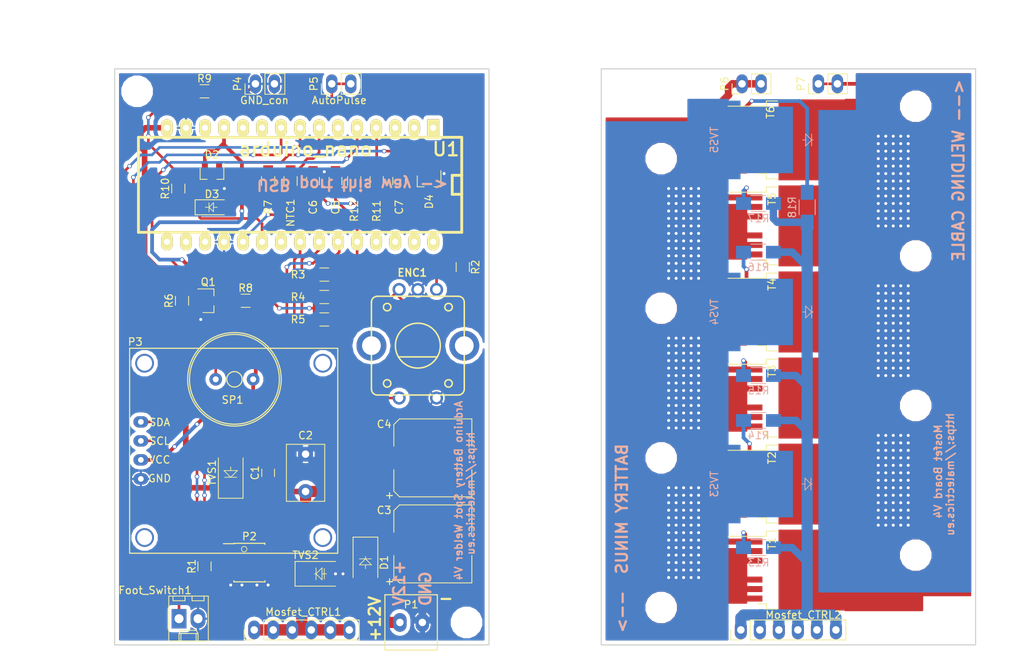
<source format=kicad_pcb>
(kicad_pcb (version 20240108) (generator "pcbnew") (generator_version "8.0")
  (layers (0 "F.Cu" signal) (31 "B.Cu" signal) (34 "B.Paste" user) (35 "F.Paste" user) (36 "B.SilkS" user "B.Silkscreen") (37 "F.SilkS" user "F.Silkscreen") (38 "B.Mask" user) (39 "F.Mask" user) (44 "Edge.Cuts" user))
  (net 0 "")
  (net 1 "GND")
  (net 2 "+12V")
  (net 3 "/D7")
  (net 4 "Net-(Mosfet_CTRL1-Pad1)")
  (net 5 "/battery_minus")
  (net 6 "/Probe")
  (net 7 "Net-(Mosfet_CTRL2-Pad1)")
  (net 8 "VCC")
  (net 9 "/D2")
  (net 10 "/D8")
  (net 11 "/A0")
  (net 12 "+5V")
  (net 13 "/D3")
  (net 14 "Net-(ENC1-PadA)")
  (net 15 "Net-(ENC1-PadB)")
  (net 16 "/D6")
  (net 17 "/A3")
  (net 18 "/D5")
  (net 19 "Net-(P2-Pad3)")
  (net 20 "/SCL")
  (net 21 "/SDA")
  (net 22 "Net-(P5-Pad1)")
  (net 23 "Net-(Q1-Pad1)")
  (net 24 "Net-(Q1-Pad3)")
  (net 25 "/A1")
  (net 26 "Net-(R13-Pad1)")
  (net 27 "Net-(R14-Pad1)")
  (net 28 "Net-(R15-Pad1)")
  (net 29 "Net-(R16-Pad1)")
  (net 30 "Net-(R17-Pad1)")
  (net 31 "Net-(R18-Pad1)")
  (net 32 "Net-(U1-Pad1)")
  (net 33 "Net-(U1-Pad2)")
  (net 34 "Net-(U1-Pad3)")
  (net 35 "Net-(U1-Pad6)")
  (net 36 "Net-(U1-Pad10)")
  (net 37 "Net-(U1-Pad11)")
  (net 38 "Net-(U1-Pad13)")
  (net 39 "Net-(U1-Pad16)")
  (net 40 "Net-(U1-Pad17)")
  (net 41 "Net-(U1-Pad18)")
  (net 42 "Net-(U1-Pad22)")
  (net 43 "Net-(U1-Pad27)")
  (net 44 "Net-(U1-Pad28)")
  (net 45 "Net-(U1-Pad29)")
  (net 46 "Net-(U1-Pad30)")
  (footprint "Pin_Headers:Pin_Header_Straight_1x02_Pitch2.54mm" (layer "F.Cu") (at 88.8 55 90)
    (property "Reference" "P4")
    (property "Value" "GND_con")
  )
  (footprint "Pin_Headers:Pin_Header_Straight_1x02_Pitch2.54mm" (layer "F.Cu") (at 99 55 90)
    (property "Reference" "P5")
    (property "Value" "AutoPulse")
  )
  (footprint "Mounting_Holes:MountingHole_3.2mm_M3" (layer "F.Cu") (at 73 56)
    (property "Reference" "REF**" (hide yes))
    (property "Value" "3.2mm" (hide yes))
  )
  (footprint "Mounting_Holes:MountingHole_3.2mm_M3" (layer "F.Cu") (at 117 127)
    (property "Reference" "REF**" (hide yes))
    (property "Value" "3.2mm" (hide yes))
  )
  (footprint "Connectors_Molex:Molex_KK-6410-02_02x2.54mm_Straight" (layer "F.Cu") (at 78.6 126.5)
    (property "Reference" "Foot_Switch1")
    (property "Value" "CONN_01X02" (hide yes))
  )
  (footprint "pots_own:Terminal_Block_2P_3.5mm" (layer "F.Cu") (at 109.6 127 180)
    (property "Reference" "P1")
    (property "Value" "V IN" (hide yes))
  )
  (footprint "Mounting_Holes:MountingHole_3.2mm_M3" (layer "F.Cu") (at 182 127)
    (property "Reference" "REF**" (hide yes))
    (property "Value" "MountingHole_3.2mm_M3")
  )
  (footprint "Mounting_Holes:MountingHole_3.2mm_M3" (layer "F.Cu") (at 143 125)
    (property "Reference" "REF**" (hide yes))
    (property "Value" "MountingHole_3.2mm_M3")
  )
  (footprint "Mounting_Holes:MountingHole_3.2mm_M3" (layer "F.Cu") (at 138 56)
    (property "Reference" "REF**" (hide yes))
    (property "Value" "MountingHole_3.2mm_M3")
  )
  (footprint "Pin_Headers:Pin_Header_Straight_1x02_Pitch2.54mm" (layer "F.Cu") (at 153.8 55 90)
    (property "Reference" "P6")
    (property "Value" "GND_con")
  )
  (footprint "Pin_Headers:Pin_Header_Straight_1x02_Pitch2.54mm" (layer "F.Cu") (at 164 55 90)
    (property "Reference" "P7")
    (property "Value" "AutoPulse")
  )
  (footprint "TO_SOT_Packages_SMD:TO-263-6" (layer "F.Cu") (at 160 120)
    (property "Reference" "T1")
    (property "Value" "FDB0105N407L")
  )
  (footprint "TO_SOT_Packages_SMD:TO-263-6" (layer "F.Cu") (at 160 108.5)
    (property "Reference" "T2")
    (property "Value" "FDB0105N407L")
  )
  (footprint "TO_SOT_Packages_SMD:TO-263-6" (layer "F.Cu") (at 160 97)
    (property "Reference" "T3")
    (property "Value" "FDB0105N407L")
  )
  (footprint "TO_SOT_Packages_SMD:TO-263-6" (layer "F.Cu") (at 160 85.5)
    (property "Reference" "T4")
    (property "Value" "FDB0105N407L")
  )
  (footprint "TO_SOT_Packages_SMD:TO-263-6" (layer "F.Cu") (at 160 74)
    (property "Reference" "T5")
    (property "Value" "FDB0105N407L")
  )
  (footprint "TO_SOT_Packages_SMD:TO-263-6" (layer "F.Cu") (at 160 62.5)
    (property "Reference" "T6")
    (property "Value" "FDB0105N407L")
  )
  (footprint "Pin_Headers:Pin_Header_Straight_1x06_Pitch2.54mm" (layer "F.Cu") (at 88.64 128 90)
    (property "Reference" "Mosfet_CTRL1")
    (property "Value" "CONN_01X06")
  )
  (footprint "Pin_Headers:Pin_Header_Straight_1x06_Pitch2.54mm" (layer "F.Cu") (at 153.64 128 90)
    (property "Reference" "Mosfet_CTRL2")
    (property "Value" "CONN_01X06")
  )
  (footprint "Mounting_Holes:MountingHole_3.2mm_M3" (layer "F.Cu") (at 143 105)
    (property "Reference" "REF**" (hide yes))
    (property "Value" "MountingHole_3.2mm_M3")
  )
  (footprint "Mounting_Holes:MountingHole_3.2mm_M3" (layer "F.Cu") (at 143 65)
    (property "Reference" "REF**" (hide yes))
    (property "Value" "MountingHole_3.2mm_M3")
  )
  (footprint "Mounting_Holes:MountingHole_3.2mm_M3" (layer "F.Cu") (at 177 58)
    (property "Reference" "REF**" (hide yes))
    (property "Value" "MountingHole_3.2mm_M3")
  )
  (footprint "Mounting_Holes:MountingHole_3.2mm_M3" (layer "F.Cu") (at 177 78)
    (property "Reference" "REF**" (hide yes))
    (property "Value" "MountingHole_3.2mm_M3")
  )
  (footprint "Mounting_Holes:MountingHole_3.2mm_M3" (layer "F.Cu") (at 177 118)
    (property "Reference" "REF**" (hide yes))
    (property "Value" "MountingHole_3.2mm_M3")
  )
  (footprint "Mounting_Holes:MountingHole_3.2mm_M3" (layer "F.Cu") (at 143 85)
    (property "Reference" "REF**" (hide yes))
    (property "Value" "MountingHole_3.2mm_M3")
  )
  (footprint "Mounting_Holes:MountingHole_3.2mm_M3" (layer "F.Cu") (at 177 98)
    (property "Reference" "REF**" (hide yes))
    (property "Value" "MountingHole_3.2mm_M3")
  )
  (footprint "Capacitors_ThroughHole:C_Disc_D7.5mm_W5.0mm_P5.00mm" (layer "F.Cu") (at 95.5 109.5 90)
    (property "Reference" "C2")
    (property "Value" "1µF")
  )
  (footprint "Capacitors_SMD:CP_Elec_10x10" (layer "F.Cu") (at 112.5 116.5)
    (property "Reference" "C3")
    (property "Value" "470µF")
  )
  (footprint "Diodes_SMD:D_SMA" (layer "F.Cu") (at 103.5 119 -90)
    (property "Reference" "D1")
    (property "Value" "D")
  )
  (footprint "TO_SOT_Packages_SMD:SOT-23" (layer "F.Cu") (at 83 67 -90)
    (property "Reference" "D2")
    (property "Value" "D_Schottky_BAV99")
  )
  (footprint "Diodes_SMD:D_SOD-123" (layer "F.Cu") (at 83 71.5)
    (property "Reference" "D3")
    (property "Value" "ZENER")
  )
  (footprint "TO_SOT_Packages_SMD:SOT-23" (layer "F.Cu") (at 112 68 -90)
    (property "Reference" "D4")
    (property "Value" "D_Schottky_BAV99")
  )
  (footprint "Rotary-Encoders:ALPS_STEC12E08" (layer "F.Cu") (at 110.5 90 180)
    (property "Reference" "ENC1")
    (property "Value" "Bourns_PEC11L" (hide yes))
  )
  (footprint "Resistors_SMD:R_0805_HandSoldering" (layer "F.Cu") (at 93.5 68 90)
    (property "Reference" "NTC1")
    (property "Value" "10k")
  )
  (footprint "Housings_SOIC:SOIC-8_3.9x4.9mm_Pitch1.27mm" (layer "F.Cu") (at 88 119)
    (property "Reference" "P2")
    (property "Value" "MCP1407")
  )
  (footprint "OLED_SSD1306:OLED_SSD1306_128x64" (layer "F.Cu") (at 73.5 104 90)
    (property "Reference" "P3")
    (property "Value" "OLED_Display")
  )
  (footprint "TO_SOT_Packages_SMD:SOT-23" (layer "F.Cu") (at 82.5 84)
    (property "Reference" "Q1")
    (property "Value" "MMBT3904-7-F")
  )
  (footprint "Resistors_SMD:R_0805_HandSoldering" (layer "F.Cu") (at 82 119.5 90)
    (property "Reference" "R1")
    (property "Value" "10k")
  )
  (footprint "Resistors_SMD:R_0805_HandSoldering" (layer "F.Cu") (at 116.5 79.5 -90)
    (property "Reference" "R2")
    (property "Value" "10k")
  )
  (footprint "Resistors_SMD:R_0805_HandSoldering" (layer "F.Cu") (at 98 80.5)
    (property "Reference" "R3")
    (property "Value" "10k")
  )
  (footprint "Resistors_SMD:R_0805_HandSoldering" (layer "F.Cu") (at 98 83.5 180)
    (property "Reference" "R4")
    (property "Value" "10k")
  )
  (footprint "Resistors_SMD:R_0805_HandSoldering" (layer "F.Cu") (at 98 86.5)
    (property "Reference" "R5")
    (property "Value" "10k")
  )
  (footprint "Resistors_SMD:R_0805_HandSoldering" (layer "F.Cu") (at 79 84 -90)
    (property "Reference" "R6")
    (property "Value" "1k")
  )
  (footprint "Resistors_SMD:R_0805_HandSoldering" (layer "F.Cu") (at 90.5 68 -90)
    (property "Reference" "R7")
    (property "Value" "10k")
  )
  (footprint "Resistors_SMD:R_0805_HandSoldering" (layer "F.Cu") (at 87.5 84)
    (property "Reference" "R8")
    (property "Value" "1k")
  )
  (footprint "Resistors_SMD:R_0805_HandSoldering" (layer "F.Cu") (at 82 56)
    (property "Reference" "R9")
    (property "Value" "1k")
  )
  (footprint "Resistors_SMD:R_0805_HandSoldering" (layer "F.Cu") (at 78.5 69 -90)
    (property "Reference" "R10")
    (property "Value" "620")
  )
  (footprint "Resistors_SMD:R_0805_HandSoldering" (layer "F.Cu") (at 105 68 -90)
    (property "Reference" "R11")
    (property "Value" "10k")
  )
  (footprint "Resistors_SMD:R_0805_HandSoldering" (layer "F.Cu") (at 102 68 90)
    (property "Reference" "R12")
    (property "Value" "3k3")
  )
  (footprint "pots_own:Buzzer_PS1240P02BT" (layer "F.Cu") (at 86 94.5 180)
    (property "Reference" "SP1")
    (property "Value" "SPEAKER")
  )
  (footprint "Diodes_SMD:D_SMA" (layer "F.Cu") (at 85.5 107 90)
    (property "Reference" "TVS1")
    (property "Value" "SMAJ13A")
  )
  (footprint "Diodes_SMD:D_SMA" (layer "F.Cu") (at 97.5 120.5)
    (property "Reference" "TVS2")
    (property "Value" "SMAJ13A")
  )
  (footprint "arduino:arduino_mini" (layer "F.Cu") (at 93.5 68.5 180)
    (property "Reference" "U1")
    (property "Value" "arduino_nano")
  )
  (footprint "Capacitors_SMD:C_0805_HandSoldering" (layer "F.Cu") (at 90.5 107 90)
    (property "Reference" "C1")
    (property "Value" "10nF")
  )
  (footprint "Capacitors_SMD:CP_Elec_10x10" (layer "F.Cu") (at 112.5 105)
    (property "Reference" "C4")
    (property "Value" "470µF")
  )
  (footprint "Capacitors_SMD:C_0805_HandSoldering" (layer "F.Cu") (at 99.5 68 90)
    (property "Reference" "C5")
    (property "Value" "10nF")
  )
  (footprint "Capacitors_SMD:C_0805_HandSoldering" (layer "F.Cu") (at 96.5 68 90)
    (property "Reference" "C6")
    (property "Value" "10nF")
  )
  (footprint "Capacitors_SMD:C_0805_HandSoldering" (layer "F.Cu") (at 108 68 90)
    (property "Reference" "C7")
    (property "Value" "10nF")
  )
  (footprint "Resistors_SMD:R_1206_HandSoldering" (layer "B.Cu") (at 156 117)
    (property "Reference" "R13")
    (property "Value" "30")
  )
  (footprint "Resistors_SMD:R_1206_HandSoldering" (layer "B.Cu") (at 156 100)
    (property "Reference" "R14")
    (property "Value" "30")
  )
  (footprint "Resistors_SMD:R_1206_HandSoldering" (layer "B.Cu") (at 156 94)
    (property "Reference" "R15")
    (property "Value" "30")
  )
  (footprint "Resistors_SMD:R_1206_HandSoldering" (layer "B.Cu") (at 156 77.5)
    (property "Reference" "R16")
    (property "Value" "30")
  )
  (footprint "Resistors_SMD:R_1206_HandSoldering" (layer "B.Cu") (at 156 71)
    (property "Reference" "R17")
    (property "Value" "30")
  )
  (footprint "Resistors_SMD:R_1206_HandSoldering" (layer "B.Cu") (at 162.5 71.5 -90)
    (property "Reference" "R18")
    (property "Value" "30")
  )
  (footprint "pots_own:SMTO-263" (layer "B.Cu") (at 159 108.5 -90)
    (property "Reference" "TVS3")
    (property "Value" "SLD8S14A")
  )
  (footprint "pots_own:SMTO-263" (layer "B.Cu") (at 159 85.5 -90)
    (property "Reference" "TVS4")
    (property "Value" "SLD8S14A")
  )
  (footprint "pots_own:SMTO-263" (layer "B.Cu") (at 159 62.5 -90)
    (property "Reference" "TVS5")
    (property "Value" "SLD8S14A")
  )
  (gr_line (start 163.1 85.5) (end 163.1 84.7) (stroke (width 0.1)) (layer "B.SilkS"))
  (gr_line (start 163.1 85.5) (end 163.1 86.2) (stroke (width 0.1)) (layer "B.SilkS"))
  (gr_line (start 163.1 85.5) (end 162.3 84.7) (stroke (width 0.1)) (layer "B.SilkS"))
  (gr_line (start 162.3 84.7) (end 162.3 86.2) (stroke (width 0.1)) (layer "B.SilkS"))
  (gr_line (start 163.1 85.5) (end 162.3 86.3) (stroke (width 0.1)) (layer "B.SilkS"))
  (gr_line (start 162.3 86.3) (end 162.3 86.2) (stroke (width 0.1)) (layer "B.SilkS"))
  (gr_line (start 162.3 85.5) (end 161.9 85.5) (stroke (width 0.1)) (layer "B.SilkS"))
  (gr_line (start 163.1 85.5) (end 163.3 85.5) (stroke (width 0.1)) (layer "B.SilkS"))
  (gr_line (start 163.1 86.2) (end 163.1 86.3) (stroke (width 0.1)) (layer "B.SilkS"))
  (gr_line (start 163 108.5) (end 163 107.7) (stroke (width 0.1)) (layer "B.SilkS"))
  (gr_line (start 163 108.5) (end 163 109.2) (stroke (width 0.1)) (layer "B.SilkS"))
  (gr_line (start 163 108.5) (end 162.2 107.7) (stroke (width 0.1)) (layer "B.SilkS"))
  (gr_line (start 162.2 107.7) (end 162.2 109.2) (stroke (width 0.1)) (layer "B.SilkS"))
  (gr_line (start 163 108.5) (end 162.2 109.3) (stroke (width 0.1)) (layer "B.SilkS"))
  (gr_line (start 162.2 109.3) (end 162.2 109.2) (stroke (width 0.1)) (layer "B.SilkS"))
  (gr_line (start 162.2 108.5) (end 161.8 108.5) (stroke (width 0.1)) (layer "B.SilkS"))
  (gr_line (start 163 108.5) (end 163.2 108.5) (stroke (width 0.1)) (layer "B.SilkS"))
  (gr_line (start 163 109.2) (end 163 109.3) (stroke (width 0.1)) (layer "B.SilkS"))
  (gr_line (start 163.1 62.5) (end 163.1 61.7) (stroke (width 0.1)) (layer "B.SilkS"))
  (gr_line (start 163.1 62.5) (end 163.1 63.2) (stroke (width 0.1)) (layer "B.SilkS"))
  (gr_line (start 163.1 62.5) (end 162.3 61.7) (stroke (width 0.1)) (layer "B.SilkS"))
  (gr_line (start 162.3 61.7) (end 162.3 63.2) (stroke (width 0.1)) (layer "B.SilkS"))
  (gr_line (start 163.1 62.5) (end 162.3 63.3) (stroke (width 0.1)) (layer "B.SilkS"))
  (gr_line (start 162.3 63.3) (end 162.3 63.2) (stroke (width 0.1)) (layer "B.SilkS"))
  (gr_line (start 162.3 62.5) (end 161.9 62.5) (stroke (width 0.1)) (layer "B.SilkS"))
  (gr_line (start 163.1 62.5) (end 163.3 62.5) (stroke (width 0.1)) (layer "B.SilkS"))
  (gr_line (start 163.1 63.2) (end 163.1 63.3) (stroke (width 0.1)) (layer "B.SilkS"))
  (gr_line (start 86.2 106.7) (end 86.3 106.7) (stroke (width 0.1)) (layer "F.SilkS"))
  (gr_line (start 83.2 71.5) (end 83.7 71.5) (stroke (width 0.1)) (layer "F.SilkS"))
  (gr_line (start 96.9 120.5) (end 96.7 120.5) (stroke (width 0.1)) (layer "F.SilkS"))
  (gr_line (start 96.9 119.7) (end 96.9 121.3) (stroke (width 0.1)) (layer "F.SilkS"))
  (gr_line (start 84.7 107.6) (end 86.3 107.6) (stroke (width 0.1)) (layer "F.SilkS"))
  (gr_circle (center 87.3 117.2) (end 87.5 116.9) (stroke (width 0.1)) (fill none) (layer "F.SilkS"))
  (gr_line (start 83.2 72.1) (end 82.6 71.5) (stroke (width 0.1)) (layer "F.SilkS"))
  (gr_line (start 103.5 118.5) (end 103.5 118.2) (stroke (width 0.1)) (layer "F.SilkS"))
  (gr_line (start 85.5 107.6) (end 84.6 106.7) (stroke (width 0.1)) (layer "F.SilkS"))
  (gr_line (start 83.2 70.9) (end 83.2 72.1) (stroke (width 0.1)) (layer "F.SilkS"))
  (gr_line (start 103.5 118.5) (end 104.3 119.3) (stroke (width 0.1)) (layer "F.SilkS"))
  (gr_line (start 98 121.2) (end 98 119.8) (stroke (width 0.1)) (layer "F.SilkS"))
  (gr_line (start 103.5 119.3) (end 103.5 119.8) (stroke (width 0.1)) (layer "F.SilkS"))
  (gr_line (start 104.3 119.3) (end 102.7 119.3) (stroke (width 0.1)) (layer "F.SilkS"))
  (gr_line (start 86.4 106.7) (end 85.5 107.6) (stroke (width 0.1)) (layer "F.SilkS"))
  (gr_line (start 82.6 71.5) (end 83.2 70.9) (stroke (width 0.1)) (layer "F.SilkS"))
  (gr_line (start 86.3 106.7) (end 86.4 106.7) (stroke (width 0.1)) (layer "F.SilkS"))
  (gr_line (start 82.6 71.5) (end 82.1 71.5) (stroke (width 0.1)) (layer "F.SilkS"))
  (gr_line (start 96.9 120.5) (end 97.7 119.7) (stroke (width 0.1)) (layer "F.SilkS"))
  (gr_line (start 97.7 120.5) (end 98.3 120.5) (stroke (width 0.1)) (layer "F.SilkS"))
  (gr_line (start 97.7 119.7) (end 97.7 121.3) (stroke (width 0.1)) (layer "F.SilkS"))
  (gr_line (start 84.6 106.7) (end 86.2 106.7) (stroke (width 0.1)) (layer "F.SilkS"))
  (gr_line (start 85.5 106.7) (end 85.5 106.2) (stroke (width 0.1)) (layer "F.SilkS"))
  (gr_line (start 82.6 72.1) (end 82.6 70.9) (stroke (width 0.1)) (layer "F.SilkS"))
  (gr_line (start 97.7 121.3) (end 96.9 120.5) (stroke (width 0.1)) (layer "F.SilkS"))
  (gr_line (start 102.7 118.5) (end 104.3 118.5) (stroke (width 0.1)) (layer "F.SilkS"))
  (gr_line (start 102.7 119.3) (end 103.5 118.5) (stroke (width 0.1)) (layer "F.SilkS"))
  (gr_line (start 185 130) (end 135 130) (stroke (width 0.15)) (layer "Edge.Cuts"))
  (gr_line (start 185 130) (end 185 53) (stroke (width 0.15)) (layer "Edge.Cuts"))
  (gr_line (start 120 130) (end 70 130) (stroke (width 0.15)) (layer "Edge.Cuts"))
  (gr_line (start 120 53) (end 70 53) (stroke (width 0.15)) (layer "Edge.Cuts"))
  (gr_line (start 120 130) (end 120 53) (stroke (width 0.15)) (layer "Edge.Cuts"))
  (gr_line (start 135 53) (end 135 130) (stroke (width 0.15)) (layer "Edge.Cuts"))
  (gr_line (start 70 53) (end 70 130) (stroke (width 0.15)) (layer "Edge.Cuts"))
  (gr_line (start 135 53) (end 185 53) (stroke (width 0.15)) (layer "Edge.Cuts"))
  (gr_text "BATTERY MINUS  -->" (at 137.75 115.75 90) (layer "B.SilkS") (effects (font (size 1.5 1.5) (thickness 0.3)) (justify mirror)))
  (gr_text "GND" (at 111.5 122.5 90) (layer "B.SilkS") (effects (font (size 1.5 1.5) (thickness 0.3)) (justify mirror)))
  (gr_text "+12V" (at 108 121.75 90) (layer "B.SilkS") (effects (font (size 1.5 1.5) (thickness 0.3)) (justify mirror)))
  (gr_text "Mosfet Board V4 \nhttps://malectrics.eu" (at 180.8 107.2 90) (layer "B.SilkS") (effects (font (size 1 1) (thickness 0.2)) (justify mirror)))
  (gr_text "USB port this way ->" (at 101.75 68.5 180) (layer "B.SilkS") (effects (font (size 1.5 1.5) (thickness 0.3)) (justify mirror)))
  (gr_text "<-- WELDING CABLE" (at 182.7 66.6 90) (layer "B.SilkS") (effects (font (size 1.5 1.5) (thickness 0.3)) (justify mirror)))
  (gr_text "Arduino Battery Spot Welder V4 \nhttps://malectrics.eu" (at 116.75 109.75 90) (layer "B.SilkS") (effects (font (size 1 1) (thickness 0.2)) (justify mirror)))
  (gr_text "+12V" (at 104.75 126.5 90) (layer "F.SilkS") (effects (font (size 1.5 1.5) (thickness 0.3))))
  (gr_text "-" (at 114.25 123.75 0) (layer "F.SilkS") (effects (font (size 1.5 1.5) (thickness 0.3))))
  (segment (start 85.3 121.8) (end 85.5 122) (width 0.25) (layer "F.Cu") (net 1))
  (segment (start 87 122) (end 89 122) (width 0.25) (layer "F.Cu") (net 1))
  (segment (start 90.5 122) (end 90.7 121.7) (width 0.25) (layer "F.Cu") (net 1))
  (segment (start 90.7 121.7) (end 90.7 120.905) (width 0.25) (layer "F.Cu") (net 1))
  (segment (start 89.75 105) (end 90.5 105.75) (width 0.75) (layer "F.Cu") (net 1))
  (segment (start 94.25 105.75) (end 95.5 104.5) (width 0.75) (layer "F.Cu") (net 1))
  (segment (start 85.245 120.85) (end 85.3 120.905) (width 0.35) (layer "F.Cu") (net 1))
  (segment (start 100.5 120.5) (end 99.5 120.5) (width 0.25) (layer "F.Cu") (net 1))
  (segment (start 116.5 119.5) (end 111.1 124.9) (width 1) (layer "F.Cu") (net 1))
  (segment (start 111.1 124.9) (end 111.1 127) (width 1) (layer "F.Cu") (net 1))
  (segment (start 101.9 69.25) (end 102 69.35) (width 0.35) (layer "F.Cu") (net 1))
  (segment (start 108 69.5) (end 109 70.5) (width 0.35) (layer "F.Cu") (net 1))
  (segment (start 109 70.5) (end 113.5 70.5) (width 0.35) (layer "F.Cu") (net 1))
  (segment (start 113.5 70.5) (end 114.5 69.5) (width 0.35) (layer "F.Cu") (net 1))
  (segment (start 114.5 69.5) (end 114.5 67.5) (width 0.35) (layer "F.Cu") (net 1))
  (segment (start 114.5 67.5) (end 114 67) (width 0.35) (layer "F.Cu") (net 1))
  (segment (start 114 67) (end 112.95 67) (width 0.35) (layer "F.Cu") (net 1))
  (segment (start 94.65 69.35) (end 95 69) (width 0.35) (layer "F.Cu") (net 1))
  (segment (start 95 69) (end 95 67.5) (width 0.35) (layer "F.Cu") (net 1))
  (segment (start 95 67.5) (end 95.75 66.75) (width 0.35) (layer "F.Cu") (net 1))
  (segment (start 95.75 66.75) (end 96.5 66.75) (width 0.35) (layer "F.Cu") (net 1))
  (segment (start 102 69) (end 99.75 66.75) (width 0.35) (layer "F.Cu") (net 1))
  (segment (start 99.75 66.75) (end 99.5 66.75) (width 0.35) (layer "F.Cu") (net 1))
  (segment (start 84.65 76.08) (end 84.61 76.12) (width 0.35) (layer "F.Cu") (net 1))
  (segment (start 84.65 66.7) (end 83.95 66) (width 0.35) (layer "F.Cu") (net 1))
  (segment (start 87.8 56) (end 88.8 55) (width 0.35) (layer "F.Cu") (net 1))
  (segment (start 84.65 69) (end 84.65 66.7) (width 0.35) (layer "F.Cu") (net 1))
  (segment (start 99.5 66.75) (end 98 66.75) (width 0.35) (layer "F.Cu") (net 1))
  (segment (start 96.5 66.75) (end 98 66.75) (width 0.35) (layer "F.Cu") (net 1))
  (segment (start 85.3 120.905) (end 85.3 121.8) (width 0.25) (layer "F.Cu") (net 1))
  (segment (start 102 69.35) (end 102 69) (width 0.35) (layer "F.Cu") (net 1))
  (segment (start 83.35 56) (end 87.8 56) (width 0.35) (layer "F.Cu") (net 1))
  (segment (start 81.5 84.95) (end 81.5 86.5) (width 0.35) (layer "F.Cu") (net 1))
  (segment (start 116.5 116.5) (end 116.5 119.5) (width 1) (layer "F.Cu") (net 1))
  (segment (start 93.5 69.35) (end 94.65 69.35) (width 0.35) (layer "F.Cu") (net 1))
  (segment (start 108 69.25) (end 108 69.5) (width 0.35) (layer "F.Cu") (net 1))
  (segment (start 84.65 71.5) (end 84.65 69) (width 0.35) (layer "F.Cu") (net 1))
  (segment (start 85.5 105) (end 89.75 105) (width 0.75) (layer "F.Cu") (net 1))
  (segment (start 116.5 105) (end 116.5 116.5) (width 1) (layer "F.Cu") (net 1))
  (segment (start 82 120.85) (end 85.245 120.85) (width 0.35) (layer "F.Cu") (net 1))
  (segment (start 90.5 105.75) (end 94.25 105.75) (width 0.75) (layer "F.Cu") (net 1))
  (via (at 81.5 86.5) (size 0.6) (drill 0.4) (layers "F.Cu" "B.Cu") (net 1))
  (via (at 87 122) (size 0.6) (drill 0.4) (layers "F.Cu" "B.Cu") (net 1))
  (via (at 100.5 120.5) (size 0.6) (drill 0.4) (layers "F.Cu" "B.Cu") (net 1))
  (via (at 89 122) (size 0.6) (drill 0.4) (layers "F.Cu" "B.Cu") (net 1))
  (via (at 98 66.75) (size 0.6) (drill 0.4) (layers "F.Cu" "B.Cu") (net 1))
  (via (at 84.65 69) (size 0.6) (drill 0.4) (layers "F.Cu" "B.Cu") (net 1))
  (via (at 99.5 120.5) (size 0.6) (drill 0.4) (layers "F.Cu" "B.Cu") (net 1))
  (via (at 90.5 122) (size 0.6) (drill 0.4) (layers "F.Cu" "B.Cu") (net 1))
  (via (at 85.5 122) (size 0.6) (drill 0.4) (layers "F.Cu" "B.Cu") (net 1))
  (via (at 114 67) (size 0.6) (drill 0.4) (layers "F.Cu" "B.Cu") (net 1))
  (segment (start 85.5 122) (end 87 122) (width 0.25) (layer "B.Cu") (net 1))
  (segment (start 89 122) (end 90.5 122) (width 0.25) (layer "B.Cu") (net 1))
  (segment (start 99.5 120.5) (end 100.5 120.5) (width 0.25) (layer "B.Cu") (net 1))
  (segment (start 98 66.75) (end 98 67) (width 0.35) (layer "B.Cu") (net 1))
  (segment (start 84.65 69) (end 84.5 69) (width 0.35) (layer "B.Cu") (net 1))
  (segment (start 111.1 125.1) (end 111 125) (width 1) (layer "B.Cu") (net 1))
  (segment (start 111.1 126.6) (end 112.2 126.6) (width 0.75) (layer "B.Cu") (net 1))
  (segment (start 95.5 104.5) (end 95.25 104.5) (width 1) (layer "B.Cu") (net 1))
  (segment (start 95.5 104.5) (end 96.75 103.25) (width 1) (layer "B.Cu") (net 1))
  (segment (start 111.1 127) (end 111.1 129) (width 0.75) (layer "B.Cu") (net 1))
  (segment (start 95.5 104.5) (end 96.5 105.5) (width 1) (layer "B.Cu") (net 1))
  (segment (start 111.1 127) (end 111.1 125.1) (width 1) (layer "B.Cu") (net 1))
  (segment (start 111.1 126.6) (end 110 126.6) (width 0.75) (layer "B.Cu") (net 1))
  (segment (start 95.5 104.5) (end 94.25 105.75) (width 1) (layer "B.Cu") (net 1))
  (segment (start 113 67) (end 114 67) (width 0.35) (layer "B.Cu") (net 1))
  (segment (start 95.5 104.5) (end 94.5 103.5) (width 1) (layer "B.Cu") (net 1))
  (segment (start 106.5 127) (end 103.5 124) (width 1.5) (layer "F.Cu") (net 2))
  (segment (start 103.5 124) (end 103.5 121) (width 1.5) (layer "F.Cu") (net 2))
  (segment (start 105 70.5) (end 106 71.5) (width 0.75) (layer "F.Cu") (net 2))
  (segment (start 106 71.5) (end 115 71.5) (width 0.75) (layer "F.Cu") (net 2))
  (segment (start 115 71.5) (end 118.5 75) (width 0.75) (layer "F.Cu") (net 2))
  (segment (start 118.5 75) (end 118.5 82.5) (width 0.75) (layer "F.Cu") (net 2))
  (segment (start 118.5 82.5) (end 115 86) (width 0.75) (layer "F.Cu") (net 2))
  (segment (start 115 86) (end 112.5 88.5) (width 0.75) (layer "F.Cu") (net 2))
  (segment (start 112.5 88.5) (end 112.5 91) (width 0.75) (layer "F.Cu") (net 2))
  (segment (start 112.5 91) (end 112.5 92.5) (width 0.75) (layer "F.Cu") (net 2))
  (segment (start 112.5 92.5) (end 117.5 97.5) (width 0.75) (layer "F.Cu") (net 2))
  (segment (start 117.5 97.5) (end 117.5 100) (width 0.75) (layer "F.Cu") (net 2))
  (segment (start 117.5 100) (end 115.5 102) (width 0.75) (layer "F.Cu") (net 2))
  (segment (start 115.5 102) (end 113.5 102) (width 0.75) (layer "F.Cu") (net 2))
  (segment (start 113.5 102) (end 112.5 103) (width 0.75) (layer "F.Cu") (net 2))
  (segment (start 112.5 103) (end 112.5 118.5) (width 0.75) (layer "F.Cu") (net 2))
  (segment (start 112.5 118.5) (end 110 121) (width 0.75) (layer "F.Cu") (net 2))
  (segment (start 110 121) (end 103.5 121) (width 0.75) (layer "F.Cu") (net 2))
  (segment (start 105 69.35) (end 105 70.5) (width 0.75) (layer "F.Cu") (net 2))
  (segment (start 108.1 127) (end 106.5 127) (width 1.5) (layer "F.Cu") (net 2))
  (segment (start 78.8 126.3) (end 78.6 126.5) (width 0.25) (layer "F.Cu") (net 3))
  (segment (start 78.6 118.4) (end 81 116) (width 0.35) (layer "F.Cu") (net 3))
  (segment (start 81 116) (end 81 110) (width 0.35) (layer "F.Cu") (net 3))
  (segment (start 81 107.5) (end 81 102) (width 0.35) (layer "F.Cu") (net 3))
  (segment (start 81 102) (end 82.5 100.5) (width 0.35) (layer "F.Cu") (net 3))
  (segment (start 82.5 100.5) (end 90 100.5) (width 0.35) (layer "F.Cu") (net 3))
  (segment (start 90 100.5) (end 90.5 100.5) (width 0.35) (layer "F.Cu") (net 3))
  (segment (start 90.5 100.5) (end 93 98) (width 0.35) (layer "F.Cu") (net 3))
  (segment (start 93 98) (end 93 79.5) (width 0.35) (layer "F.Cu") (net 3))
  (segment (start 96 79) (end 96.5 79) (width 0.35) (layer "F.Cu") (net 3))
  (segment (start 96.5 79) (end 97.5 78) (width 0.35) (layer "F.Cu") (net 3))
  (segment (start 97.5 78) (end 99.5 78) (width 0.35) (layer "F.Cu") (net 3))
  (segment (start 99.5 78) (end 100 77.5) (width 0.35) (layer "F.Cu") (net 3))
  (segment (start 100 77.5) (end 100 76.27) (width 0.35) (layer "F.Cu") (net 3))
  (segment (start 100 76.27) (end 99.85 76.12) (width 0.35) (layer "F.Cu") (net 3))
  (segment (start 78.6 126.5) (end 78.6 118.4) (width 0.35) (layer "F.Cu") (net 3))
  (via (at 81 110) (size 0.6) (drill 0.4) (layers "F.Cu" "B.Cu") (net 3))
  (via (at 96 79) (size 0.6) (drill 0.4) (layers "F.Cu" "B.Cu") (net 3))
  (via (at 81 107.5) (size 0.6) (drill 0.4) (layers "F.Cu" "B.Cu") (net 3))
  (via (at 93 79.5) (size 0.6) (drill 0.4) (layers "F.Cu" "B.Cu") (net 3))
  (segment (start 81 110) (end 81 107.5) (width 0.35) (layer "B.Cu") (net 3))
  (segment (start 93 79.5) (end 93.5 79) (width 0.35) (layer "B.Cu") (net 3))
  (segment (start 93.5 79) (end 96 79) (width 0.35) (layer "B.Cu") (net 3))
  (segment (start 98.8 127.8) (end 98.8 128) (width 0.5) (layer "F.Cu") (net 4))
  (segment (start 88.64 127.14) (end 88.64 128) (width 0.5) (layer "F.Cu") (net 4))
  (segment (start 98.5 127.7) (end 98.8 128) (width 0.5) (layer "F.Cu") (net 4))
  (segment (start 95 128) (end 101.34 128) (width 1.5) (layer "F.Cu") (net 4))
  (segment (start 95 121) (end 95.5 120.5) (width 1.5) (layer "F.Cu") (net 4))
  (segment (start 94 119) (end 91 119) (width 1.5) (layer "F.Cu") (net 4))
  (segment (start 96.26 128) (end 98.8 128) (width 1.5) (layer "F.Cu") (net 4))
  (segment (start 98.8 128) (end 101.34 128) (width 1.5) (layer "F.Cu") (net 4))
  (segment (start 91.18 128) (end 93.72 128) (width 1.5) (layer "F.Cu") (net 4))
  (segment (start 94 119) (end 95.5 120.5) (width 1.5) (layer "F.Cu") (net 4))
  (segment (start 91.18 128) (end 91.18 127.18) (width 0.5) (layer "F.Cu") (net 4))
  (segment (start 90.7 118.365) (end 90.7 119.635) (width 0.25) (layer "F.Cu") (net 4))
  (segment (start 93.72 128) (end 96.26 128) (width 1.5) (layer "F.Cu") (net 4))
  (segment (start 95 128) (end 95 121) (width 1.5) (layer "F.Cu") (net 4))
  (segment (start 96.26 128) (end 96.26 127.26) (width 0.5) (layer "F.Cu") (net 4))
  (segment (start 88.64 128) (end 91.18 128) (width 1.5) (layer "F.Cu") (net 4))
  (segment (start 88.64 127.14) (end 88.64 128) (width 0.5) (layer "F.Cu") (net 4))
  (segment (start 90 119) (end 91 119) (width 1.5) (layer "F.Cu") (net 4))
  (segment (start 91.18 128) (end 95 128) (width 1.5) (layer "F.Cu") (net 4))
  (segment (start 156.04 55) (end 153.5 55) (width 0.5) (layer "F.Cu") (net 5))
  (segment (start 153.5 55) (end 152.5 55) (width 0.5) (layer "F.Cu") (net 5))
  (segment (start 152.5 55) (end 152 55.5) (width 0.5) (layer "F.Cu") (net 5))
  (segment (start 152 56.5) (end 150.5 58) (width 0.5) (layer "F.Cu") (net 5))
  (segment (start 150.5 58) (end 150.5 60) (width 0.5) (layer "F.Cu") (net 5))
  (segment (start 156.04 55) (end 153.5 55) (width 1) (layer "F.Cu") (net 5))
  (segment (start 153.5 55) (end 152.5 55) (width 1) (layer "F.Cu") (net 5))
  (segment (start 152.5 55) (end 152 55.5) (width 1) (layer "F.Cu") (net 5))
  (segment (start 152 56.5) (end 150.5 58) (width 1) (layer "F.Cu") (net 5))
  (segment (start 150.5 58) (end 150.5 60.5) (width 1) (layer "F.Cu") (net 5))
  (segment (start 148.27 72.73) (end 148 73) (width 0.35) (layer "F.Cu") (net 5))
  (segment (start 148 72) (end 148 71) (width 0.35) (layer "F.Cu") (net 5))
  (segment (start 148 70) (end 148 69) (width 0.35) (layer "F.Cu") (net 5))
  (segment (start 147 69) (end 147 70) (width 0.35) (layer "F.Cu") (net 5))
  (segment (start 147 71) (end 147 72) (width 0.35) (layer "F.Cu") (net 5))
  (segment (start 147 73) (end 147 74) (width 0.35) (layer "F.Cu") (net 5))
  (segment (start 147 75) (end 147 76) (width 0.35) (layer "F.Cu") (net 5))
  (segment (start 147 77) (end 147 78) (width 0.35) (layer "F.Cu") (net 5))
  (segment (start 147 79) (end 147 80) (width 0.35) (layer "F.Cu") (net 5))
  (segment (start 146 81) (end 146 80) (width 0.35) (layer "F.Cu") (net 5))
  (segment (start 146 79) (end 146 78) (width 0.35) (layer "F.Cu") (net 5))
  (segment (start 146 77) (end 146 76) (width 0.35) (layer "F.Cu") (net 5))
  (segment (start 146 75) (end 146 74) (width 0.35) (layer "F.Cu") (net 5))
  (segment (start 146 73) (end 146 72) (width 0.35) (layer "F.Cu") (net 5))
  (segment (start 146 71) (end 146 70) (width 0.35) (layer "F.Cu") (net 5))
  (segment (start 146 69) (end 145 69) (width 0.35) (layer "F.Cu") (net 5))
  (segment (start 145 70) (end 145 71) (width 0.35) (layer "F.Cu") (net 5))
  (segment (start 145 72) (end 145 73) (width 0.35) (layer "F.Cu") (net 5))
  (segment (start 145 74) (end 145 75) (width 0.35) (layer "F.Cu") (net 5))
  (segment (start 145 76) (end 145 77) (width 0.35) (layer "F.Cu") (net 5))
  (segment (start 145 78) (end 145 79) (width 0.35) (layer "F.Cu") (net 5))
  (segment (start 145 80) (end 145 81) (width 0.35) (layer "F.Cu") (net 5))
  (segment (start 147 81) (end 148 81) (width 0.35) (layer "F.Cu") (net 5))
  (segment (start 148 80) (end 148 79) (width 0.35) (layer "F.Cu") (net 5))
  (segment (start 148 78) (end 148 77) (width 0.35) (layer "F.Cu") (net 5))
  (segment (start 148 76) (end 148 75) (width 0.35) (layer "F.Cu") (net 5))
  (segment (start 144 80) (end 144 79) (width 0.35) (layer "F.Cu") (net 5))
  (segment (start 144 78) (end 144 77) (width 0.35) (layer "F.Cu") (net 5))
  (segment (start 144 76) (end 144 75) (width 0.35) (layer "F.Cu") (net 5))
  (segment (start 144 74) (end 144 73) (width 0.35) (layer "F.Cu") (net 5))
  (segment (start 144 72) (end 144 71) (width 0.35) (layer "F.Cu") (net 5))
  (segment (start 144 70) (end 144 69) (width 0.35) (layer "F.Cu") (net 5))
  (segment (start 148.73 95.73) (end 148 95) (width 0.35) (layer "F.Cu") (net 5))
  (segment (start 148 94) (end 148 93) (width 0.35) (layer "F.Cu") (net 5))
  (segment (start 148 92) (end 148 91) (width 0.35) (layer "F.Cu") (net 5))
  (segment (start 148 90) (end 148 89) (width 0.35) (layer "F.Cu") (net 5))
  (segment (start 147 89) (end 147 90) (width 0.35) (layer "F.Cu") (net 5))
  (segment (start 147 91) (end 147 92) (width 0.35) (layer "F.Cu") (net 5))
  (segment (start 147 93) (end 147 94) (width 0.35) (layer "F.Cu") (net 5))
  (segment (start 147 95) (end 147 96) (width 0.35) (layer "F.Cu") (net 5))
  (segment (start 147 97) (end 147 98) (width 0.35) (layer "F.Cu") (net 5))
  (segment (start 147 99) (end 147 100) (width 0.35) (layer "F.Cu") (net 5))
  (segment (start 147 101) (end 146 101) (width 0.35) (layer "F.Cu") (net 5))
  (segment (start 146 100) (end 146 99) (width 0.35) (layer "F.Cu") (net 5))
  (segment (start 146 98) (end 146 97) (width 0.35) (layer "F.Cu") (net 5))
  (segment (start 146 96) (end 146 95) (width 0.35) (layer "F.Cu") (net 5))
  (segment (start 146 94) (end 146 93) (width 0.35) (layer "F.Cu") (net 5))
  (segment (start 146 92) (end 146 91) (width 0.35) (layer "F.Cu") (net 5))
  (segment (start 146 90) (end 146 89) (width 0.35) (layer "F.Cu") (net 5))
  (segment (start 145 89) (end 145 90) (width 0.35) (layer "F.Cu") (net 5))
  (segment (start 145 91) (end 145 92) (width 0.35) (layer "F.Cu") (net 5))
  (segment (start 145 93) (end 145 94) (width 0.35) (layer "F.Cu") (net 5))
  (segment (start 145 95) (end 145 96) (width 0.35) (layer "F.Cu") (net 5))
  (segment (start 145 97) (end 145 98) (width 0.35) (layer "F.Cu") (net 5))
  (segment (start 145 99) (end 145 100) (width 0.35) (layer "F.Cu") (net 5))
  (segment (start 145 101) (end 144 101) (width 0.35) (layer "F.Cu") (net 5))
  (segment (start 144 100) (end 144 99) (width 0.35) (layer "F.Cu") (net 5))
  (segment (start 144 98) (end 144 97) (width 0.35) (layer "F.Cu") (net 5))
  (segment (start 144 96) (end 144 95) (width 0.35) (layer "F.Cu") (net 5))
  (segment (start 144 94) (end 144 93) (width 0.35) (layer "F.Cu") (net 5))
  (segment (start 144 92) (end 144 91) (width 0.35) (layer "F.Cu") (net 5))
  (segment (start 144 90) (end 144 89) (width 0.35) (layer "F.Cu") (net 5))
  (segment (start 148 101) (end 148 100) (width 0.35) (layer "F.Cu") (net 5))
  (segment (start 148 99) (end 148 98) (width 0.35) (layer "F.Cu") (net 5))
  (segment (start 148 97) (end 148 96) (width 0.35) (layer "F.Cu") (net 5))
  (segment (start 148.73 118.73) (end 148 118) (width 0.35) (layer "F.Cu") (net 5))
  (segment (start 148 117) (end 148 116) (width 0.35) (layer "F.Cu") (net 5))
  (segment (start 148 115) (end 148 114) (width 0.35) (layer "F.Cu") (net 5))
  (segment (start 148 113) (end 148 112) (width 0.35) (layer "F.Cu") (net 5))
  (segment (start 148 111) (end 148 110) (width 0.35) (layer "F.Cu") (net 5))
  (segment (start 148 109) (end 147 109) (width 0.35) (layer "F.Cu") (net 5))
  (segment (start 147 110) (end 147 111) (width 0.35) (layer "F.Cu") (net 5))
  (segment (start 147 112) (end 147 114) (width 0.35) (layer "F.Cu") (net 5))
  (segment (start 147 115) (end 147 116) (width 0.35) (layer "F.Cu") (net 5))
  (segment (start 147 117) (end 147 118) (width 0.35) (layer "F.Cu") (net 5))
  (segment (start 147 119) (end 147 120) (width 0.35) (layer "F.Cu") (net 5))
  (segment (start 147 121) (end 146 121) (width 0.35) (layer "F.Cu") (net 5))
  (segment (start 146 120) (end 146 119) (width 0.35) (layer "F.Cu") (net 5))
  (segment (start 146 118) (end 146 117) (width 0.35) (layer "F.Cu") (net 5))
  (segment (start 146 116) (end 146 115) (width 0.35) (layer "F.Cu") (net 5))
  (segment (start 146 114) (end 146 113) (width 0.35) (layer "F.Cu") (net 5))
  (segment (start 147 113) (end 147 112) (width 0.35) (layer "F.Cu") (net 5))
  (segment (start 147 112) (end 146 112) (width 0.35) (layer "F.Cu") (net 5))
  (segment (start 146 111) (end 146 110) (width 0.35) (layer "F.Cu") (net 5))
  (segment (start 145 110) (end 145 111) (width 0.35) (layer "F.Cu") (net 5))
  (segment (start 145 112) (end 145 113) (width 0.35) (layer "F.Cu") (net 5))
  (segment (start 145 114) (end 145 115) (width 0.35) (layer "F.Cu") (net 5))
  (segment (start 145 116) (end 145 117) (width 0.35) (layer "F.Cu") (net 5))
  (segment (start 145 118) (end 145 119) (width 0.35) (layer "F.Cu") (net 5))
  (segment (start 145 120) (end 145 121) (width 0.35) (layer "F.Cu") (net 5))
  (segment (start 144 121) (end 144 120) (width 0.35) (layer "F.Cu") (net 5))
  (segment (start 144 119) (end 144 118) (width 0.35) (layer "F.Cu") (net 5))
  (segment (start 144 117) (end 144 116) (width 0.35) (layer "F.Cu") (net 5))
  (segment (start 144 115) (end 144 114) (width 0.35) (layer "F.Cu") (net 5))
  (segment (start 144 113) (end 144 112) (width 0.35) (layer "F.Cu") (net 5))
  (segment (start 144 111) (end 144 110) (width 0.35) (layer "F.Cu") (net 5))
  (segment (start 148 120) (end 148 119) (width 0.35) (layer "F.Cu") (net 5))
  (segment (start 145 81) (end 144 81) (width 0.35) (layer "F.Cu") (net 5))
  (segment (start 154.225 72.73) (end 148.27 72.73) (width 0.35) (layer "F.Cu") (net 5))
  (segment (start 154.225 95.73) (end 148.73 95.73) (width 0.35) (layer "F.Cu") (net 5))
  (segment (start 147 121) (end 148 121) (width 0.35) (layer "F.Cu") (net 5))
  (segment (start 152 56.5) (end 152 55.5) (width 1) (layer "F.Cu") (net 5))
  (segment (start 154.225 118.73) (end 148.73 118.73) (width 0.35) (layer "F.Cu") (net 5))
  (segment (start 146 109) (end 145 109) (width 0.35) (layer "F.Cu") (net 5))
  (via (at 144 117) (size 0.6) (drill 0.4) (layers "F.Cu" "B.Cu") (net 5))
  (via (at 146 114) (size 0.6) (drill 0.4) (layers "F.Cu" "B.Cu") (net 5))
  (via (at 145 75) (size 0.6) (drill 0.4) (layers "F.Cu" "B.Cu") (net 5))
  (via (at 148 74) (size 0.6) (drill 0.4) (layers "F.Cu" "B.Cu") (net 5))
  (via (at 145 117) (size 0.6) (drill 0.4) (layers "F.Cu" "B.Cu") (net 5))
  (via (at 145 118) (size 0.6) (drill 0.4) (layers "F.Cu" "B.Cu") (net 5))
  (via (at 146 73) (size 0.6) (drill 0.4) (layers "F.Cu" "B.Cu") (net 5))
  (via (at 144 75) (size 0.6) (drill 0.4) (layers "F.Cu" "B.Cu") (net 5))
  (via (at 148 111) (size 0.6) (drill 0.4) (layers "F.Cu" "B.Cu") (net 5))
  (via (at 147 75) (size 0.6) (drill 0.4) (layers "F.Cu" "B.Cu") (net 5))
  (via (at 146 121) (size 0.6) (drill 0.4) (layers "F.Cu" "B.Cu") (net 5))
  (via (at 144 71) (size 0.6) (drill 0.4) (layers "F.Cu" "B.Cu") (net 5))
  (via (at 145 78) (size 0.6) (drill 0.4) (layers "F.Cu" "B.Cu") (net 5))
  (via (at 146 119) (size 0.6) (drill 0.4) (layers "F.Cu" "B.Cu") (net 5))
  (via (at 147 89) (size 0.6) (drill 0.4) (layers "F.Cu" "B.Cu") (net 5))
  (via (at 148 99) (size 0.6) (drill 0.4) (layers "F.Cu" "B.Cu") (net 5))
  (via (at 144 74) (size 0.6) (drill 0.4) (layers "F.Cu" "B.Cu") (net 5))
  (via (at 144 78) (size 0.6) (drill 0.4) (layers "F.Cu" "B.Cu") (net 5))
  (via (at 145 89) (size 0.6) (drill 0.4) (layers "F.Cu" "B.Cu") (net 5))
  (via (at 148 116) (size 0.6) (drill 0.4) (layers "F.Cu" "B.Cu") (net 5))
  (via (at 147 81) (size 0.6) (drill 0.4) (layers "F.Cu" "B.Cu") (net 5))
  (via (at 144 90) (size 0.6) (drill 0.4) (layers "F.Cu" "B.Cu") (net 5))
  (via (at 148 120) (size 0.6) (drill 0.4) (layers "F.Cu" "B.Cu") (net 5))
  (via (at 147 110) (size 0.6) (drill 0.4) (layers "F.Cu" "B.Cu") (net 5))
  (via (at 144 73) (size 0.6) (drill 0.4) (layers "F.Cu" "B.Cu") (net 5))
  (via (at 147 101) (size 0.6) (drill 0.4) (layers "F.Cu" "B.Cu") (net 5))
  (via (at 148 92) (size 0.6) (drill 0.4) (layers "F.Cu" "B.Cu") (net 5))
  (via (at 145 112) (size 0.6) (drill 0.4) (layers "F.Cu" "B.Cu") (net 5))
  (via (at 147 114) (size 0.6) (drill 0.4) (layers "F.Cu" "B.Cu") (net 5))
  (via (at 146 112) (size 0.6) (drill 0.4) (layers "F.Cu" "B.Cu") (net 5))
  (via (at 144 110) (size 0.6) (drill 0.4) (layers "F.Cu" "B.Cu") (net 5))
  (via (at 146 74) (size 0.6) (drill 0.4) (layers "F.Cu" "B.Cu") (net 5))
  (via (at 145 81) (size 0.6) (drill 0.4) (layers "F.Cu" "B.Cu") (net 5))
  (via (at 148 117) (size 0.6) (drill 0.4) (layers "F.Cu" "B.Cu") (net 5))
  (via (at 146 90) (size 0.6) (drill 0.4) (layers "F.Cu" "B.Cu") (net 5))
  (via (at 147 113) (size 0.6) (drill 0.4) (layers "F.Cu" "B.Cu") (net 5))
  (via (at 147 79) (size 0.6) (drill 0.4) (layers "F.Cu" "B.Cu") (net 5))
  (via (at 146 80) (size 0.6) (drill 0.4) (layers "F.Cu" "B.Cu") (net 5))
  (via (at 148 77) (size 0.6) (drill 0.4) (layers "F.Cu" "B.Cu") (net 5))
  (via (at 145 93) (size 0.6) (drill 0.4) (layers "F.Cu" "B.Cu") (net 5))
  (via (at 146 93) (size 0.6) (drill 0.4) (layers "F.Cu" "B.Cu") (net 5))
  (via (at 144 120) (size 0.6) (drill 0.4) (layers "F.Cu" "B.Cu") (net 5))
  (via (at 144 99) (size 0.6) (drill 0.4) (layers "F.Cu" "B.Cu") (net 5))
  (via (at 148 76) (size 0.6) (drill 0.4) (layers "F.Cu" "B.Cu") (net 5))
  (via (at 144 92) (size 0.6) (drill 0.4) (layers "F.Cu" "B.Cu") (net 5))
  (via (at 147 118) (size 0.6) (drill 0.4) (layers "F.Cu" "B.Cu") (net 5))
  (via (at 145 77) (size 0.6) (drill 0.4) (layers "F.Cu" "B.Cu") (net 5))
  (via (at 146 94) (size 0.6) (drill 0.4) (layers "F.Cu" "B.Cu") (net 5))
  (via (at 146 75) (size 0.6) (drill 0.4) (layers "F.Cu" "B.Cu") (net 5))
  (via (at 145 114) (size 0.6) (drill 0.4) (layers "F.Cu" "B.Cu") (net 5))
  (via (at 144 114) (size 0.6) (drill 0.4) (layers "F.Cu" "B.Cu") (net 5))
  (via (at 144 89) (size 0.6) (drill 0.4) (layers "F.Cu" "B.Cu") (net 5))
  (via (at 147 78) (size 0.6) (drill 0.4) (layers "F.Cu" "B.Cu") (net 5))
  (via (at 144 118) (size 0.6) (drill 0.4) (layers "F.Cu" "B.Cu") (net 5))
  (via (at 148 118) (size 0.6) (drill 0.4) (layers "F.Cu" "B.Cu") (net 5))
  (via (at 146 79) (size 0.6) (drill 0.4) (layers "F.Cu" "B.Cu") (net 5))
  (via (at 147 76) (size 0.6) (drill 0.4) (layers "F.Cu" "B.Cu") (net 5))
  (via (at 144 112) (size 0.6) (drill 0.4) (layers "F.Cu" "B.Cu") (net 5))
  (via (at 146 118) (size 0.6) (drill 0.4) (layers "F.Cu" "B.Cu") (net 5))
  (via (at 148 81) (size 0.6) (drill 0.4) (layers "F.Cu" "B.Cu") (net 5))
  (via (at 144 101) (size 0.6) (drill 0.4) (layers "F.Cu" "B.Cu") (net 5))
  (via (at 148 96) (size 0.6) (drill 0.4) (layers "F.Cu" "B.Cu") (net 5))
  (via (at 148 97) (size 0.6) (drill 0.4) (layers "F.Cu" "B.Cu") (net 5))
  (via (at 147 73) (size 0.6) (drill 0.4) (layers "F.Cu" "B.Cu") (net 5))
  (via (at 146 69) (size 0.6) (drill 0.4) (layers "F.Cu" "B.Cu") (net 5))
  (via (at 146 116) (size 0.6) (drill 0.4) (layers "F.Cu" "B.Cu") (net 5))
  (via (at 146 98) (size 0.6) (drill 0.4) (layers "F.Cu" "B.Cu") (net 5))
  (via (at 147 117) (size 0.6) (drill 0.4) (layers "F.Cu" "B.Cu") (net 5))
  (via (at 147 121) (size 0.6) (drill 0.4) (layers "F.Cu" "B.Cu") (net 5))
  (via (at 148 109) (size 0.6) (drill 0.4) (layers "F.Cu" "B.Cu") (net 5))
  (via (at 144 91) (size 0.6) (drill 0.4) (layers "F.Cu" "B.Cu") (net 5))
  (via (at 147 69) (size 0.6) (drill 0.4) (layers "F.Cu" "B.Cu") (net 5))
  (via (at 147 99) (size 0.6) (drill 0.4) (layers "F.Cu" "B.Cu") (net 5))
  (via (at 144 70) (size 0.6) (drill 0.4) (layers "F.Cu" "B.Cu") (net 5))
  (via (at 147 112) (size 0.6) (drill 0.4) (layers "F.Cu" "B.Cu") (net 5))
  (via (at 146 71) (size 0.6) (drill 0.4) (layers "F.Cu" "B.Cu") (net 5))
  (via (at 147 72) (size 0.6) (drill 0.4) (layers "F.Cu" "B.Cu") (net 5))
  (via (at 148 113) (size 0.6) (drill 0.4) (layers "F.Cu" "B.Cu") (net 5))
  (via (at 148 73) (size 0.6) (drill 0.4) (layers "F.Cu" "B.Cu") (net 5))
  (via (at 145 71) (size 0.6) (drill 0.4) (layers "F.Cu" "B.Cu") (net 5))
  (via (at 147 109) (size 0.6) (drill 0.4) (layers "F.Cu" "B.Cu") (net 5))
  (via (at 144 76) (size 0.6) (drill 0.4) (layers "F.Cu" "B.Cu") (net 5))
  (via (at 147 94) (size 0.6) (drill 0.4) (layers "F.Cu" "B.Cu") (net 5))
  (via (at 146 99) (size 0.6) (drill 0.4) (layers "F.Cu" "B.Cu") (net 5))
  (via (at 148 119) (size 0.6) (drill 0.4) (layers "F.Cu" "B.Cu") (net 5))
  (via (at 148 80) (size 0.6) (drill 0.4) (layers "F.Cu" "B.Cu") (net 5))
  (via (at 145 119) (size 0.6) (drill 0.4) (layers "F.Cu" "B.Cu") (net 5))
  (via (at 148 79) (size 0.6) (drill 0.4) (layers "F.Cu" "B.Cu") (net 5))
  (via (at 146 97) (size 0.6) (drill 0.4) (layers "F.Cu" "B.Cu") (net 5))
  (via (at 144 119) (size 0.6) (drill 0.4) (layers "F.Cu" "B.Cu") (net 5))
  (via (at 146 115) (size 0.6) (drill 0.4) (layers "F.Cu" "B.Cu") (net 5))
  (via (at 145 116) (size 0.6) (drill 0.4) (layers "F.Cu" "B.Cu") (net 5))
  (via (at 147 71) (size 0.6) (drill 0.4) (layers "F.Cu" "B.Cu") (net 5))
  (via (at 148 101) (size 0.6) (drill 0.4) (layers "F.Cu" "B.Cu") (net 5))
  (via (at 145 91) (size 0.6) (drill 0.4) (layers "F.Cu" "B.Cu") (net 5))
  (via (at 145 69) (size 0.6) (drill 0.4) (layers "F.Cu" "B.Cu") (net 5))
  (via (at 147 119) (size 0.6) (drill 0.4) (layers "F.Cu" "B.Cu") (net 5))
  (via (at 144 95) (size 0.6) (drill 0.4) (layers "F.Cu" "B.Cu") (net 5))
  (via (at 147 116) (size 0.6) (drill 0.4) (layers "F.Cu" "B.Cu") (net 5))
  (via (at 148 72) (size 0.6) (drill 0.4) (layers "F.Cu" "B.Cu") (net 5))
  (via (at 147 111) (size 0.6) (drill 0.4) (layers "F.Cu" "B.Cu") (net 5))
  (via (at 144 96) (size 0.6) (drill 0.4) (layers "F.Cu" "B.Cu") (net 5))
  (via (at 146 109) (size 0.6) (drill 0.4) (layers "F.Cu" "B.Cu") (net 5))
  (via (at 147 100) (size 0.6) (drill 0.4) (layers "F.Cu" "B.Cu") (net 5))
  (via (at 146 70) (size 0.6) (drill 0.4) (layers "F.Cu" "B.Cu") (net 5))
  (via (at 148 70) (size 0.6) (drill 0.4) (layers "F.Cu" "B.Cu") (net 5))
  (via (at 145 73) (size 0.6) (drill 0.4) (layers "F.Cu" "B.Cu") (net 5))
  (via (at 146 96) (size 0.6) (drill 0.4) (layers "F.Cu" "B.Cu") (net 5))
  (via (at 146 110) (size 0.6) (drill 0.4) (layers "F.Cu" "B.Cu") (net 5))
  (via (at 146 120) (size 0.6) (drill 0.4) (layers "F.Cu" "B.Cu") (net 5))
  (via (at 146 89) (size 0.6) (drill 0.4) (layers "F.Cu" "B.Cu") (net 5))
  (via (at 145 111) (size 0.6) (drill 0.4) (layers "F.Cu" "B.Cu") (net 5))
  (via (at 145 74) (size 0.6) (drill 0.4) (layers "F.Cu" "B.Cu") (net 5))
  (via (at 144 113) (size 0.6) (drill 0.4) (layers "F.Cu" "B.Cu") (net 5))
  (via (at 148 98) (size 0.6) (drill 0.4) (layers "F.Cu" "B.Cu") (net 5))
  (via (at 146 72) (size 0.6) (drill 0.4) (layers "F.Cu" "B.Cu") (net 5))
  (via (at 144 77) (size 0.6) (drill 0.4) (layers "F.Cu" "B.Cu") (net 5))
  (via (at 148 95) (size 0.6) (drill 0.4) (layers "F.Cu" "B.Cu") (net 5))
  (via (at 146 113) (size 0.6) (drill 0.4) (layers "F.Cu" "B.Cu") (net 5))
  (via (at 144 72) (size 0.6) (drill 0.4) (layers "F.Cu" "B.Cu") (net 5))
  (via (at 148 94) (size 0.6) (drill 0.4) (layers "F.Cu" "B.Cu") (net 5))
  (via (at 145 96) (size 0.6) (drill 0.4) (layers "F.Cu" "B.Cu") (net 5))
  (via (at 144 116) (size 0.6) (drill 0.4) (layers "F.Cu" "B.Cu") (net 5))
  (via (at 145 98) (size 0.6) (drill 0.4) (layers "F.Cu" "B.Cu") (net 5))
  (via (at 145 109) (size 0.6) (drill 0.4) (layers "F.Cu" "B.Cu") (net 5))
  (via (at 145 80) (size 0.6) (drill 0.4) (layers "F.Cu" "B.Cu") (net 5))
  (via (at 144 97) (size 0.6) (drill 0.4) (layers "F.Cu" "B.Cu") (net 5))
  (via (at 145 97) (size 0.6) (drill 0.4) (layers "F.Cu" "B.Cu") (net 5))
  (via (at 147 90) (size 0.6) (drill 0.4) (layers "F.Cu" "B.Cu") (net 5))
  (via (at 146 101) (size 0.6) (drill 0.4) (layers "F.Cu" "B.Cu") (net 5))
  (via (at 147 95) (size 0.6) (drill 0.4) (layers "F.Cu" "B.Cu") (net 5))
  (via (at 145 92) (size 0.6) (drill 0.4) (layers "F.Cu" "B.Cu") (net 5))
  (via (at 146 117) (size 0.6) (drill 0.4) (layers "F.Cu" "B.Cu") (net 5))
  (via (at 147 120) (size 0.6) (drill 0.4) (layers "F.Cu" "B.Cu") (net 5))
  (via (at 148 91) (size 0.6) (drill 0.4) (layers "F.Cu" "B.Cu") (net 5))
  (via (at 144 121) (size 0.6) (drill 0.4) (layers "F.Cu" "B.Cu") (net 5))
  (via (at 147 70) (size 0.6) (drill 0.4) (layers "F.Cu" "B.Cu") (net 5))
  (via (at 147 91) (size 0.6) (drill 0.4) (layers "F.Cu" "B.Cu") (net 5))
  (via (at 145 101) (size 0.6) (drill 0.4) (layers "F.Cu" "B.Cu") (net 5))
  (via (at 148 75) (size 0.6) (drill 0.4) (layers "F.Cu" "B.Cu") (net 5))
  (via (at 147 74) (size 0.6) (drill 0.4) (layers "F.Cu" "B.Cu") (net 5))
  (via (at 148 112) (size 0.6) (drill 0.4) (layers "F.Cu" "B.Cu") (net 5))
  (via (at 147 77) (size 0.6) (drill 0.4) (layers "F.Cu" "B.Cu") (net 5))
  (via (at 147 97) (size 0.6) (drill 0.4) (layers "F.Cu" "B.Cu") (net 5))
  (via (at 145 120) (size 0.6) (drill 0.4) (layers "F.Cu" "B.Cu") (net 5))
  (via (at 145 99) (size 0.6) (drill 0.4) (layers "F.Cu" "B.Cu") (net 5))
  (via (at 148 78) (size 0.6) (drill 0.4) (layers "F.Cu" "B.Cu") (net 5))
  (via (at 148 90) (size 0.6) (drill 0.4) (layers "F.Cu" "B.Cu") (net 5))
  (via (at 148 115) (size 0.6) (drill 0.4) (layers "F.Cu" "B.Cu") (net 5))
  (via (at 145 90) (size 0.6) (drill 0.4) (layers "F.Cu" "B.Cu") (net 5))
  (via (at 146 111) (size 0.6) (drill 0.4) (layers "F.Cu" "B.Cu") (net 5))
  (via (at 148 93) (size 0.6) (drill 0.4) (layers "F.Cu" "B.Cu") (net 5))
  (via (at 148 69) (size 0.6) (drill 0.4) (layers "F.Cu" "B.Cu") (net 5))
  (via (at 145 70) (size 0.6) (drill 0.4) (layers "F.Cu" "B.Cu") (net 5))
  (via (at 148 71) (size 0.6) (drill 0.4) (layers "F.Cu" "B.Cu") (net 5))
  (via (at 147 80) (size 0.6) (drill 0.4) (layers "F.Cu" "B.Cu") (net 5))
  (via (at 144 79) (size 0.6) (drill 0.4) (layers "F.Cu" "B.Cu") (net 5))
  (via (at 148 121) (size 0.6) (drill 0.4) (layers "F.Cu" "B.Cu") (net 5))
  (via (at 144 81) (size 0.6) (drill 0.4) (layers "F.Cu" "B.Cu") (net 5))
  (via (at 144 69) (size 0.6) (drill 0.4) (layers "F.Cu" "B.Cu") (net 5))
  (via (at 146 91) (size 0.6) (drill 0.4) (layers "F.Cu" "B.Cu") (net 5))
  (via (at 148 114) (size 0.6) (drill 0.4) (layers "F.Cu" "B.Cu") (net 5))
  (via (at 144 109) (size 0.6) (drill 0.4) (layers "F.Cu" "B.Cu") (net 5))
  (via (at 146 76) (size 0.6) (drill 0.4) (layers "F.Cu" "B.Cu") (net 5))
  (via (at 148 110) (size 0.6) (drill 0.4) (layers "F.Cu" "B.Cu") (net 5))
  (via (at 146 77) (size 0.6) (drill 0.4) (layers "F.Cu" "B.Cu") (net 5))
  (via (at 145 100) (size 0.6) (drill 0.4) (layers "F.Cu" "B.Cu") (net 5))
  (via (at 145 79) (size 0.6) (drill 0.4) (layers "F.Cu" "B.Cu") (net 5))
  (via (at 145 115) (size 0.6) (drill 0.4) (layers "F.Cu" "B.Cu") (net 5))
  (via (at 144 111) (size 0.6) (drill 0.4) (layers "F.Cu" "B.Cu") (net 5))
  (via (at 145 121) (size 0.6) (drill 0.4) (layers "F.Cu" "B.Cu") (net 5))
  (via (at 145 72) (size 0.6) (drill 0.4) (layers "F.Cu" "B.Cu") (net 5))
  (via (at 147 92) (size 0.6) (drill 0.4) (layers "F.Cu" "B.Cu") (net 5))
  (via (at 144 98) (size 0.6) (drill 0.4) (layers "F.Cu" "B.Cu") (net 5))
  (via (at 144 115) (size 0.6) (drill 0.4) (layers "F.Cu" "B.Cu") (net 5))
  (via (at 144 100) (size 0.6) (drill 0.4) (layers "F.Cu" "B.Cu") (net 5))
  (via (at 146 78) (size 0.6) (drill 0.4) (layers "F.Cu" "B.Cu") (net 5))
  (via (at 146 81) (size 0.6) (drill 0.4) (layers "F.Cu" "B.Cu") (net 5))
  (via (at 146 100) (size 0.6) (drill 0.4) (layers "F.Cu" "B.Cu") (net 5))
  (via (at 147 93) (size 0.6) (drill 0.4) (layers "F.Cu" "B.Cu") (net 5))
  (via (at 144 80) (size 0.6) (drill 0.4) (layers "F.Cu" "B.Cu") (net 5))
  (via (at 148 89) (size 0.6) (drill 0.4) (layers "F.Cu" "B.Cu") (net 5))
  (via (at 146 95) (size 0.6) (drill 0.4) (layers "F.Cu" "B.Cu") (net 5))
  (via (at 145 76) (size 0.6) (drill 0.4) (layers "F.Cu" "B.Cu") (net 5))
  (via (at 145 110) (size 0.6) (drill 0.4) (layers "F.Cu" "B.Cu") (net 5))
  (via (at 144 94) (size 0.6) (drill 0.4) (layers "F.Cu" "B.Cu") (net 5))
  (via (at 148 100) (size 0.6) (drill 0.4) (layers "F.Cu" "B.Cu") (net 5))
  (via (at 147 115) (size 0.6) (drill 0.4) (layers "F.Cu" "B.Cu") (net 5))
  (via (at 145 113) (size 0.6) (drill 0.4) (layers "F.Cu" "B.Cu") (net 5))
  (via (at 145 94) (size 0.6) (drill 0.4) (layers "F.Cu" "B.Cu") (net 5))
  (via (at 146 92) (size 0.6) (drill 0.4) (layers "F.Cu" "B.Cu") (net 5))
  (via (at 147 96) (size 0.6) (drill 0.4) (layers "F.Cu" "B.Cu") (net 5))
  (via (at 144 93) (size 0.6) (drill 0.4) (layers "F.Cu" "B.Cu") (net 5))
  (via (at 145 95) (size 0.6) (drill 0.4) (layers "F.Cu" "B.Cu") (net 5))
  (via (at 147 98) (size 0.6) (drill 0.4) (layers "F.Cu" "B.Cu") (net 5))
  (segment (start 148 73) (end 148 72) (width 0.35) (layer "B.Cu") (net 5))
  (segment (start 148 71) (end 148 70) (width 0.35) (layer "B.Cu") (net 5))
  (segment (start 148 69) (end 147 69) (width 0.35) (layer "B.Cu") (net 5))
  (segment (start 147 70) (end 147 71) (width 0.35) (layer "B.Cu") (net 5))
  (segment (start 147 72) (end 147 73) (width 0.35) (layer "B.Cu") (net 5))
  (segment (start 147 74) (end 147 75) (width 0.35) (layer "B.Cu") (net 5))
  (segment (start 147 76) (end 147 77) (width 0.35) (layer "B.Cu") (net 5))
  (segment (start 147 78) (end 147 79) (width 0.35) (layer "B.Cu") (net 5))
  (segment (start 147 80) (end 146 81) (width 0.35) (layer "B.Cu") (net 5))
  (segment (start 146 80) (end 146 79) (width 0.35) (layer "B.Cu") (net 5))
  (segment (start 146 78) (end 146 77) (width 0.35) (layer "B.Cu") (net 5))
  (segment (start 146 76) (end 146 75) (width 0.35) (layer "B.Cu") (net 5))
  (segment (start 146 74) (end 146 73) (width 0.35) (layer "B.Cu") (net 5))
  (segment (start 146 72) (end 146 71) (width 0.35) (layer "B.Cu") (net 5))
  (segment (start 146 70) (end 146 69) (width 0.35) (layer "B.Cu") (net 5))
  (segment (start 145 69) (end 145 70) (width 0.35) (layer "B.Cu") (net 5))
  (segment (start 145 71) (end 145 72) (width 0.35) (layer "B.Cu") (net 5))
  (segment (start 145 73) (end 145 74) (width 0.35) (layer "B.Cu") (net 5))
  (segment (start 145 75) (end 145 76) (width 0.35) (layer "B.Cu") (net 5))
  (segment (start 145 77) (end 145 78) (width 0.35) (layer "B.Cu") (net 5))
  (segment (start 145 79) (end 145 80) (width 0.35) (layer "B.Cu") (net 5))
  (segment (start 148 81) (end 148 80) (width 0.35) (layer "B.Cu") (net 5))
  (segment (start 148 79) (end 148 78) (width 0.35) (layer "B.Cu") (net 5))
  (segment (start 148 77) (end 148 76) (width 0.35) (layer "B.Cu") (net 5))
  (segment (start 148 75) (end 148 74) (width 0.35) (layer "B.Cu") (net 5))
  (segment (start 144 81) (end 144 80) (width 0.35) (layer "B.Cu") (net 5))
  (segment (start 144 79) (end 144 78) (width 0.35) (layer "B.Cu") (net 5))
  (segment (start 144 77) (end 144 76) (width 0.35) (layer "B.Cu") (net 5))
  (segment (start 144 75) (end 144 74) (width 0.35) (layer "B.Cu") (net 5))
  (segment (start 144 73) (end 144 72) (width 0.35) (layer "B.Cu") (net 5))
  (segment (start 144 71) (end 144 70) (width 0.35) (layer "B.Cu") (net 5))
  (segment (start 148 95) (end 148 94) (width 0.35) (layer "B.Cu") (net 5))
  (segment (start 148 93) (end 148 92) (width 0.35) (layer "B.Cu") (net 5))
  (segment (start 148 91) (end 148 90) (width 0.35) (layer "B.Cu") (net 5))
  (segment (start 148 89) (end 147 89) (width 0.35) (layer "B.Cu") (net 5))
  (segment (start 147 90) (end 147 91) (width 0.35) (layer "B.Cu") (net 5))
  (segment (start 147 92) (end 147 93) (width 0.35) (layer "B.Cu") (net 5))
  (segment (start 147 94) (end 147 95) (width 0.35) (layer "B.Cu") (net 5))
  (segment (start 147 96) (end 147 97) (width 0.35) (layer "B.Cu") (net 5))
  (segment (start 147 98) (end 147 99) (width 0.35) (layer "B.Cu") (net 5))
  (segment (start 147 100) (end 147 101) (width 0.35) (layer "B.Cu") (net 5))
  (segment (start 146 101) (end 146 100) (width 0.35) (layer "B.Cu") (net 5))
  (segment (start 146 99) (end 146 98) (width 0.35) (layer "B.Cu") (net 5))
  (segment (start 146 97) (end 146 96) (width 0.35) (layer "B.Cu") (net 5))
  (segment (start 146 95) (end 146 94) (width 0.35) (layer "B.Cu") (net 5))
  (segment (start 146 93) (end 146 92) (width 0.35) (layer "B.Cu") (net 5))
  (segment (start 146 91) (end 146 90) (width 0.35) (layer "B.Cu") (net 5))
  (segment (start 146 89) (end 145 89) (width 0.35) (layer "B.Cu") (net 5))
  (segment (start 145 90) (end 145 91) (width 0.35) (layer "B.Cu") (net 5))
  (segment (start 145 92) (end 145 93) (width 0.35) (layer "B.Cu") (net 5))
  (segment (start 145 94) (end 145 95) (width 0.35) (layer "B.Cu") (net 5))
  (segment (start 145 96) (end 145 97) (width 0.35) (layer "B.Cu") (net 5))
  (segment (start 145 98) (end 145 99) (width 0.35) (layer "B.Cu") (net 5))
  (segment (start 145 100) (end 145 101) (width 0.35) (layer "B.Cu") (net 5))
  (segment (start 144 101) (end 144 100) (width 0.35) (layer "B.Cu") (net 5))
  (segment (start 144 99) (end 144 98) (width 0.35) (layer "B.Cu") (net 5))
  (segment (start 144 97) (end 144 96) (width 0.35) (layer "B.Cu") (net 5))
  (segment (start 144 95) (end 144 94) (width 0.35) (layer "B.Cu") (net 5))
  (segment (start 144 93) (end 144 92) (width 0.35) (layer "B.Cu") (net 5))
  (segment (start 144 91) (end 144 90) (width 0.35) (layer "B.Cu") (net 5))
  (segment (start 148 100) (end 148 99) (width 0.35) (layer "B.Cu") (net 5))
  (segment (start 148 98) (end 148 97) (width 0.35) (layer "B.Cu") (net 5))
  (segment (start 148 118) (end 148 117) (width 0.35) (layer "B.Cu") (net 5))
  (segment (start 148 116) (end 148 115) (width 0.35) (layer "B.Cu") (net 5))
  (segment (start 148 114) (end 148 113) (width 0.35) (layer "B.Cu") (net 5))
  (segment (start 148 112) (end 148 111) (width 0.35) (layer "B.Cu") (net 5))
  (segment (start 148 110) (end 148 109) (width 0.35) (layer "B.Cu") (net 5))
  (segment (start 147 109) (end 147 110) (width 0.35) (layer "B.Cu") (net 5))
  (segment (start 147 111) (end 147 112) (width 0.35) (layer "B.Cu") (net 5))
  (segment (start 147 114) (end 147 115) (width 0.35) (layer "B.Cu") (net 5))
  (segment (start 147 116) (end 147 117) (width 0.35) (layer "B.Cu") (net 5))
  (segment (start 147 118) (end 147 119) (width 0.35) (layer "B.Cu") (net 5))
  (segment (start 147 120) (end 147 121) (width 0.35) (layer "B.Cu") (net 5))
  (segment (start 146 121) (end 146 120) (width 0.35) (layer "B.Cu") (net 5))
  (segment (start 146 119) (end 146 118) (width 0.35) (layer "B.Cu") (net 5))
  (segment (start 146 117) (end 146 116) (width 0.35) (layer "B.Cu") (net 5))
  (segment (start 146 115) (end 146 114) (width 0.35) (layer "B.Cu") (net 5))
  (segment (start 146 113) (end 147 113) (width 0.35) (layer "B.Cu") (net 5))
  (segment (start 146 112) (end 146 111) (width 0.35) (layer "B.Cu") (net 5))
  (segment (start 146 110) (end 146 109) (width 0.35) (layer "B.Cu") (net 5))
  (segment (start 145 109) (end 145 110) (width 0.35) (layer "B.Cu") (net 5))
  (segment (start 145 111) (end 145 112) (width 0.35) (layer "B.Cu") (net 5))
  (segment (start 145 113) (end 145 114) (width 0.35) (layer "B.Cu") (net 5))
  (segment (start 145 115) (end 145 116) (width 0.35) (layer "B.Cu") (net 5))
  (segment (start 145 117) (end 145 118) (width 0.35) (layer "B.Cu") (net 5))
  (segment (start 145 119) (end 145 120) (width 0.35) (layer "B.Cu") (net 5))
  (segment (start 145 121) (end 144 121) (width 0.35) (layer "B.Cu") (net 5))
  (segment (start 144 120) (end 144 119) (width 0.35) (layer "B.Cu") (net 5))
  (segment (start 144 118) (end 144 117) (width 0.35) (layer "B.Cu") (net 5))
  (segment (start 144 116) (end 144 115) (width 0.35) (layer "B.Cu") (net 5))
  (segment (start 144 114) (end 144 113) (width 0.35) (layer "B.Cu") (net 5))
  (segment (start 144 112) (end 144 111) (width 0.35) (layer "B.Cu") (net 5))
  (segment (start 144 110) (end 144 109) (width 0.35) (layer "B.Cu") (net 5))
  (segment (start 148 121) (end 148 120) (width 0.35) (layer "B.Cu") (net 5))
  (segment (start 155.6 64) (end 151 64) (width 0.25) (layer "B.Cu") (net 5))
  (segment (start 146 81) (end 147 81) (width 0.35) (layer "B.Cu") (net 5))
  (segment (start 147 101) (end 148 101) (width 0.35) (layer "B.Cu") (net 5))
  (segment (start 171.5 108.5) (end 172 109) (width 0.35) (layer "F.Cu") (net 6))
  (segment (start 172 110) (end 172 111) (width 0.35) (layer "F.Cu") (net 6))
  (segment (start 172 112) (end 172 113) (width 0.35) (layer "F.Cu") (net 6))
  (segment (start 172 114) (end 173 114) (width 0.35) (layer "F.Cu") (net 6))
  (segment (start 173 113) (end 173 112) (width 0.35) (layer "F.Cu") (net 6))
  (segment (start 173 111) (end 173 110) (width 0.35) (layer "F.Cu") (net 6))
  (segment (start 173 109) (end 173 108) (width 0.35) (layer "F.Cu") (net 6))
  (segment (start 173 107) (end 173 106) (width 0.35) (layer "F.Cu") (net 6))
  (segment (start 173 105) (end 173 104) (width 0.35) (layer "F.Cu") (net 6))
  (segment (start 173 103) (end 173 102) (width 0.35) (layer "F.Cu") (net 6))
  (segment (start 174 102) (end 174 103) (width 0.35) (layer "F.Cu") (net 6))
  (segment (start 174 104) (end 174 105) (width 0.35) (layer "F.Cu") (net 6))
  (segment (start 174 106) (end 174 107) (width 0.35) (layer "F.Cu") (net 6))
  (segment (start 174 108) (end 174 109) (width 0.35) (layer "F.Cu") (net 6))
  (segment (start 174 110) (end 174 111) (width 0.35) (layer "F.Cu") (net 6))
  (segment (start 174 112) (end 174 114) (width 0.35) (layer "F.Cu") (net 6))
  (segment (start 175 103) (end 175 104) (width 0.35) (layer "F.Cu") (net 6))
  (segment (start 175 105) (end 175 106) (width 0.35) (layer "F.Cu") (net 6))
  (segment (start 175 107) (end 175 108) (width 0.35) (layer "F.Cu") (net 6))
  (segment (start 175 109) (end 175 110) (width 0.35) (layer "F.Cu") (net 6))
  (segment (start 175 111) (end 175 112) (width 0.35) (layer "F.Cu") (net 6))
  (segment (start 175 113) (end 175 114) (width 0.35) (layer "F.Cu") (net 6))
  (segment (start 176 114) (end 176 113) (width 0.35) (layer "F.Cu") (net 6))
  (segment (start 176 112) (end 176 111) (width 0.35) (layer "F.Cu") (net 6))
  (segment (start 176 110) (end 176 109) (width 0.35) (layer "F.Cu") (net 6))
  (segment (start 176 108) (end 176 107) (width 0.35) (layer "F.Cu") (net 6))
  (segment (start 176 106) (end 176 105) (width 0.35) (layer "F.Cu") (net 6))
  (segment (start 176 104) (end 176 103) (width 0.35) (layer "F.Cu") (net 6))
  (segment (start 172 107) (end 172 106) (width 0.35) (layer "F.Cu") (net 6))
  (segment (start 172 105) (end 172 104) (width 0.35) (layer "F.Cu") (net 6))
  (segment (start 172 103) (end 172 102) (width 0.35) (layer "F.Cu") (net 6))
  (segment (start 171.5 85.5) (end 172 86) (width 0.35) (layer "F.Cu") (net 6))
  (segment (start 172 87) (end 172 88) (width 0.35) (layer "F.Cu") (net 6))
  (segment (start 172 89) (end 172 90) (width 0.35) (layer "F.Cu") (net 6))
  (segment (start 172 91) (end 172 92) (width 0.35) (layer "F.Cu") (net 6))
  (segment (start 172 93) (end 172 94) (width 0.35) (layer "F.Cu") (net 6))
  (segment (start 173 94) (end 173 93) (width 0.35) (layer "F.Cu") (net 6))
  (segment (start 173 92) (end 173 91) (width 0.35) (layer "F.Cu") (net 6))
  (segment (start 173 90) (end 173 89) (width 0.35) (layer "F.Cu") (net 6))
  (segment (start 173 88) (end 173 87) (width 0.35) (layer "F.Cu") (net 6))
  (segment (start 173 86) (end 173 85) (width 0.35) (layer "F.Cu") (net 6))
  (segment (start 173 84) (end 173 83) (width 0.35) (layer "F.Cu") (net 6))
  (segment (start 174 83) (end 174 84) (width 0.35) (layer "F.Cu") (net 6))
  (segment (start 174 85) (end 174 86) (width 0.35) (layer "F.Cu") (net 6))
  (segment (start 174 87) (end 174 88) (width 0.35) (layer "F.Cu") (net 6))
  (segment (start 174 89) (end 174 90) (width 0.35) (layer "F.Cu") (net 6))
  (segment (start 174 91) (end 174 92) (width 0.35) (layer "F.Cu") (net 6))
  (segment (start 174 93) (end 174 94) (width 0.35) (layer "F.Cu") (net 6))
  (segment (start 175 94) (end 175 93) (width 0.35) (layer "F.Cu") (net 6))
  (segment (start 175 92) (end 175 91) (width 0.35) (layer "F.Cu") (net 6))
  (segment (start 175 90) (end 175 89) (width 0.35) (layer "F.Cu") (net 6))
  (segment (start 175 88) (end 175 87) (width 0.35) (layer "F.Cu") (net 6))
  (segment (start 175 86) (end 175 85) (width 0.35) (layer "F.Cu") (net 6))
  (segment (start 175 84) (end 175 83) (width 0.35) (layer "F.Cu") (net 6))
  (segment (start 176 83) (end 176 84) (width 0.35) (layer "F.Cu") (net 6))
  (segment (start 176 85) (end 176 86) (width 0.35) (layer "F.Cu") (net 6))
  (segment (start 176 87) (end 176 88) (width 0.35) (layer "F.Cu") (net 6))
  (segment (start 176 89) (end 176 90) (width 0.35) (layer "F.Cu") (net 6))
  (segment (start 176 93) (end 176 94) (width 0.35) (layer "F.Cu") (net 6))
  (segment (start 172 85) (end 172 84) (width 0.35) (layer "F.Cu") (net 6))
  (segment (start 172 83) (end 172 82) (width 0.35) (layer "F.Cu") (net 6))
  (segment (start 172 62) (end 173 62) (width 0.5) (layer "F.Cu") (net 6))
  (segment (start 174 62) (end 175 62) (width 0.5) (layer "F.Cu") (net 6))
  (segment (start 176 62) (end 176 63) (width 0.5) (layer "F.Cu") (net 6))
  (segment (start 175 63) (end 174 63) (width 0.5) (layer "F.Cu") (net 6))
  (segment (start 173 63) (end 172 63) (width 0.5) (layer "F.Cu") (net 6))
  (segment (start 172 64) (end 173 64) (width 0.5) (layer "F.Cu") (net 6))
  (segment (start 174 64) (end 175 64) (width 0.5) (layer "F.Cu") (net 6))
  (segment (start 176 64) (end 176 65) (width 0.5) (layer "F.Cu") (net 6))
  (segment (start 172 65) (end 172 66) (width 0.5) (layer "F.Cu") (net 6))
  (segment (start 173 66) (end 174 66) (width 0.5) (layer "F.Cu") (net 6))
  (segment (start 175 66) (end 176 66) (width 0.5) (layer "F.Cu") (net 6))
  (segment (start 176 67) (end 176 68) (width 0.5) (layer "F.Cu") (net 6))
  (segment (start 176 69) (end 176 70) (width 0.5) (layer "F.Cu") (net 6))
  (segment (start 176 71) (end 176 72) (width 0.5) (layer "F.Cu") (net 6))
  (segment (start 176 73) (end 176 74) (width 0.5) (layer "F.Cu") (net 6))
  (segment (start 175 74) (end 175 73) (width 0.5) (layer "F.Cu") (net 6))
  (segment (start 175 72) (end 175 71) (width 0.5) (layer "F.Cu") (net 6))
  (segment (start 175 70) (end 175 69) (width 0.5) (layer "F.Cu") (net 6))
  (segment (start 175 68) (end 175 67) (width 0.5) (layer "F.Cu") (net 6))
  (segment (start 174 67) (end 174 68) (width 0.5) (layer "F.Cu") (net 6))
  (segment (start 174 69) (end 174 70) (width 0.5) (layer "F.Cu") (net 6))
  (segment (start 174 71) (end 174 72) (width 0.5) (layer "F.Cu") (net 6))
  (segment (start 174 73) (end 174 74) (width 0.5) (layer "F.Cu") (net 6))
  (segment (start 173 74) (end 173 72) (width 0.5) (layer "F.Cu") (net 6))
  (segment (start 173 71) (end 173 70) (width 0.5) (layer "F.Cu") (net 6))
  (segment (start 173 69) (end 173 68) (width 0.5) (layer "F.Cu") (net 6))
  (segment (start 173 67) (end 172 67) (width 0.5) (layer "F.Cu") (net 6))
  (segment (start 172 68) (end 172 69) (width 0.5) (layer "F.Cu") (net 6))
  (segment (start 172 70) (end 172 71) (width 0.5) (layer "F.Cu") (net 6))
  (segment (start 172 73) (end 172 74) (width 0.5) (layer "F.Cu") (net 6))
  (segment (start 175 65) (end 176 65) (width 0.5) (layer "F.Cu") (net 6))
  (segment (start 175 82) (end 176 82) (width 0.35) (layer "F.Cu") (net 6))
  (segment (start 172 109) (end 172 108) (width 0.35) (layer "F.Cu") (net 6))
  (segment (start 173 82) (end 174 82) (width 0.35) (layer "F.Cu") (net 6))
  (segment (start 163.375 108.5) (end 171.5 108.5) (width 0.35) (layer "F.Cu") (net 6))
  (segment (start 174 65) (end 173 65) (width 0.5) (layer "F.Cu") (net 6))
  (segment (start 166.54 55) (end 169.5 55) (width 0.5) (layer "F.Cu") (net 6))
  (segment (start 164 55) (end 166.54 55) (width 0.35) (layer "F.Cu") (net 6))
  (segment (start 176 91) (end 176 92) (width 0.35) (layer "F.Cu") (net 6))
  (segment (start 163.375 120) (end 170 120) (width 0.75) (layer "F.Cu") (net 6))
  (segment (start 163.375 85.5) (end 171.5 85.5) (width 0.35) (layer "F.Cu") (net 6))
  (segment (start 174 102) (end 175 102) (width 0.35) (layer "F.Cu") (net 6))
  (via (at 176 65) (size 0.6) (drill 0.4) (layers "F.Cu" "B.Cu") (net 6))
  (via (at 176 108) (size 0.6) (drill 0.4) (layers "F.Cu" "B.Cu") (net 6))
  (via (at 175 108) (size 0.6) (drill 0.4) (layers "F.Cu" "B.Cu") (net 6))
  (via (at 172 102) (size 0.6) (drill 0.4) (layers "F.Cu" "B.Cu") (net 6))
  (via (at 175 113) (size 0.6) (drill 0.4) (layers "F.Cu" "B.Cu") (net 6))
  (via (at 172 90) (size 0.6) (drill 0.4) (layers "F.Cu" "B.Cu") (net 6))
  (via (at 172 71) (size 0.6) (drill 0.4) (layers "F.Cu" "B.Cu") (net 6))
  (via (at 173 108) (size 0.6) (drill 0.4) (layers "F.Cu" "B.Cu") (net 6))
  (via (at 172 93) (size 0.6) (drill 0.4) (layers "F.Cu" "B.Cu") (net 6))
  (via (at 174 111) (size 0.6) (drill 0.4) (layers "F.Cu" "B.Cu") (net 6))
  (via (at 172 65) (size 0.6) (drill 0.4) (layers "F.Cu" "B.Cu") (net 6))
  (via (at 173 92) (size 0.6) (drill 0.4) (layers "F.Cu" "B.Cu") (net 6))
  (via (at 176 113) (size 0.6) (drill 0.4) (layers "F.Cu" "B.Cu") (net 6))
  (via (at 175 94) (size 0.6) (drill 0.4) (layers "F.Cu" "B.Cu") (net 6))
  (via (at 176 71) (size 0.6) (drill 0.4) (layers "F.Cu" "B.Cu") (net 6))
  (via (at 175 84) (size 0.6) (drill 0.4) (layers "F.Cu" "B.Cu") (net 6))
  (via (at 173 114) (size 0.6) (drill 0.4) (layers "F.Cu" "B.Cu") (net 6))
  (via (at 174 82) (size 0.6) (drill 0.4) (layers "F.Cu" "B.Cu") (net 6))
  (via (at 173 110) (size 0.6) (drill 0.4) (layers "F.Cu" "B.Cu") (net 6))
  (via (at 175 63) (size 0.6) (drill 0.4) (layers "F.Cu" "B.Cu") (net 6))
  (via (at 175 92) (size 0.6) (drill 0.4) (layers "F.Cu" "B.Cu") (net 6))
  (via (at 175 68) (size 0.6) (drill 0.4) (layers "F.Cu" "B.Cu") (net 6))
  (via (at 174 69) (size 0.6) (drill 0.4) (layers "F.Cu" "B.Cu") (net 6))
  (via (at 175 104) (size 0.6) (drill 0.4) (layers "F.Cu" "B.Cu") (net 6))
  (via (at 173 83) (size 0.6) (drill 0.4) (layers "F.Cu" "B.Cu") (net 6))
  (via (at 173 104) (size 0.6) (drill 0.4) (layers "F.Cu" "B.Cu") (net 6))
  (via (at 176 86) (size 0.6) (drill 0.4) (layers "F.Cu" "B.Cu") (net 6))
  (via (at 172 107) (size 0.6) (drill 0.4) (layers "F.Cu" "B.Cu") (net 6))
  (via (at 172 85) (size 0.6) (drill 0.4) (layers "F.Cu" "B.Cu") (net 6))
  (via (at 173 113) (size 0.6) (drill 0.4) (layers "F.Cu" "B.Cu") (net 6))
  (via (at 172 84) (size 0.6) (drill 0.4) (layers "F.Cu" "B.Cu") (net 6))
  (via (at 172 113) (size 0.6) (drill 0.4) (layers "F.Cu" "B.Cu") (net 6))
  (via (at 176 92) (size 0.6) (drill 0.4) (layers "F.Cu" "B.Cu") (net 6))
  (via (at 172 68) (size 0.6) (drill 0.4) (layers "F.Cu" "B.Cu") (net 6))
  (via (at 172 69) (size 0.6) (drill 0.4) (layers "F.Cu" "B.Cu") (net 6))
  (via (at 173 84) (size 0.6) (drill 0.4) (layers "F.Cu" "B.Cu") (net 6))
  (via (at 174 87) (size 0.6) (drill 0.4) (layers "F.Cu" "B.Cu") (net 6))
  (via (at 172 104) (size 0.6) (drill 0.4) (layers "F.Cu" "B.Cu") (net 6))
  (via (at 174 93) (size 0.6) (drill 0.4) (layers "F.Cu" "B.Cu") (net 6))
  (via (at 175 93) (size 0.6) (drill 0.4) (layers "F.Cu" "B.Cu") (net 6))
  (via (at 172 108) (size 0.6) (drill 0.4) (layers "F.Cu" "B.Cu") (net 6))
  (via (at 176 63) (size 0.6) (drill 0.4) (layers "F.Cu" "B.Cu") (net 6))
  (via (at 172 70) (size 0.6) (drill 0.4) (layers "F.Cu" "B.Cu") (net 6))
  (via (at 172 112) (size 0.6) (drill 0.4) (layers "F.Cu" "B.Cu") (net 6))
  (via (at 176 111) (size 0.6) (drill 0.4) (layers "F.Cu" "B.Cu") (net 6))
  (via (at 176 103) (size 0.6) (drill 0.4) (layers "F.Cu" "B.Cu") (net 6))
  (via (at 173 107) (size 0.6) (drill 0.4) (layers "F.Cu" "B.Cu") (net 6))
  (via (at 175 73) (size 0.6) (drill 0.4) (layers "F.Cu" "B.Cu") (net 6))
  (via (at 175 110) (size 0.6) (drill 0.4) (layers "F.Cu" "B.Cu") (net 6))
  (via (at 175 88) (size 0.6) (drill 0.4) (layers "F.Cu" "B.Cu") (net 6))
  (via (at 173 74) (size 0.6) (drill 0.4) (layers "F.Cu" "B.Cu") (net 6))
  (via (at 175 90) (size 0.6) (drill 0.4) (layers "F.Cu" "B.Cu") (net 6))
  (via (at 173 106) (size 0.6) (drill 0.4) (layers "F.Cu" "B.Cu") (net 6))
  (via (at 172 103) (size 0.6) (drill 0.4) (layers "F.Cu" "B.Cu") (net 6))
  (via (at 173 109) (size 0.6) (drill 0.4) (layers "F.Cu" "B.Cu") (net 6))
  (via (at 176 93) (size 0.6) (drill 0.4) (layers "F.Cu" "B.Cu") (net 6))
  (via (at 174 68) (size 0.6) (drill 0.4) (layers "F.Cu" "B.Cu") (net 6))
  (via (at 174 67) (size 0.6) (drill 0.4) (layers "F.Cu" "B.Cu") (net 6))
  (via (at 172 63) (size 0.6) (drill 0.4) (layers "F.Cu" "B.Cu") (net 6))
  (via (at 173 71) (size 0.6) (drill 0.4) (layers "F.Cu" "B.Cu") (net 6))
  (via (at 173 105) (size 0.6) (drill 0.4) (layers "F.Cu" "B.Cu") (net 6))
  (via (at 176 112) (size 0.6) (drill 0.4) (layers "F.Cu" "B.Cu") (net 6))
  (via (at 172 83) (size 0.6) (drill 0.4) (layers "F.Cu" "B.Cu") (net 6))
  (via (at 173 86) (size 0.6) (drill 0.4) (layers "F.Cu" "B.Cu") (net 6))
  (via (at 175 85) (size 0.6) (drill 0.4) (layers "F.Cu" "B.Cu") (net 6))
  (via (at 174 106) (size 0.6) (drill 0.4) (layers "F.Cu" "B.Cu") (net 6))
  (via (at 173 91) (size 0.6) (drill 0.4) (layers "F.Cu" "B.Cu") (net 6))
  (via (at 175 103) (size 0.6) (drill 0.4) (layers "F.Cu" "B.Cu") (net 6))
  (via (at 174 72) (size 0.6) (drill 0.4) (layers "F.Cu" "B.Cu") (net 6))
  (via (at 175 106) (size 0.6) (drill 0.4) (layers "F.Cu" "B.Cu") (net 6))
  (via (at 174 114) (size 0.6) (drill 0.4) (layers "F.Cu" "B.Cu") (net 6))
  (via (at 173 73) (size 0.6) (drill 0.4) (layers "F.Cu" "B.Cu") (net 6))
  (via (at 174 63) (size 0.6) (drill 0.4) (layers "F.Cu" "B.Cu") (net 6))
  (via (at 174 110) (size 0.6) (drill 0.4) (layers "F.Cu" "B.Cu") (net 6))
  (via (at 172 87) (size 0.6) (drill 0.4) (layers "F.Cu" "B.Cu") (net 6))
  (via (at 173 85) (size 0.6) (drill 0.4) (layers "F.Cu" "B.Cu") (net 6))
  (via (at 175 87) (size 0.6) (drill 0.4) (layers "F.Cu" "B.Cu") (net 6))
  (via (at 173 63) (size 0.6) (drill 0.4) (layers "F.Cu" "B.Cu") (net 6))
  (via (at 172 66) (size 0.6) (drill 0.4) (layers "F.Cu" "B.Cu") (net 6))
  (via (at 174 73) (size 0.6) (drill 0.4) (layers "F.Cu" "B.Cu") (net 6))
  (via (at 173 102) (size 0.6) (drill 0.4) (layers "F.Cu" "B.Cu") (net 6))
  (via (at 176 72) (size 0.6) (drill 0.4) (layers "F.Cu" "B.Cu") (net 6))
  (via (at 172 88) (size 0.6) (drill 0.4) (layers "F.Cu" "B.Cu") (net 6))
  (via (at 174 65) (size 0.6) (drill 0.4) (layers "F.Cu" "B.Cu") (net 6))
  (via (at 173 72) (size 0.6) (drill 0.4) (layers "F.Cu" "B.Cu") (net 6))
  (via (at 173 112) (size 0.6) (drill 0.4) (layers "F.Cu" "B.Cu") (net 6))
  (via (at 176 68) (size 0.6) (drill 0.4) (layers "F.Cu" "B.Cu") (net 6))
  (via (at 173 94) (size 0.6) (drill 0.4) (layers "F.Cu" "B.Cu") (net 6))
  (via (at 176 114) (size 0.6) (drill 0.4) (layers "F.Cu" "B.Cu") (net 6))
  (via (at 175 102) (size 0.6) (drill 0.4) (layers "F.Cu" "B.Cu") (net 6))
  (via (at 172 86) (size 0.6) (drill 0.4) (layers "F.Cu" "B.Cu") (net 6))
  (via (at 174 86) (size 0.6) (drill 0.4) (layers "F.Cu" "B.Cu") (net 6))
  (via (at 176 91) (size 0.6) (drill 0.4) (layers "F.Cu" "B.Cu") (net 6))
  (via (at 172 62) (size 0.6) (drill 0.4) (layers "F.Cu" "B.Cu") (net 6))
  (via (at 173 93) (size 0.6) (drill 0.4) (layers "F.Cu" "B.Cu") (net 6))
  (via (at 176 74) (size 0.6) (drill 0.4) (layers "F.Cu" "B.Cu") (net 6))
  (via (at 172 72) (size 0.6) (drill 0.4) (layers "F.Cu" "B.Cu") (net 6))
  (via (at 176 73) (size 0.6) (drill 0.4) (layers "F.Cu" "B.Cu") (net 6))
  (via (at 176 69) (size 0.6) (drill 0.4) (layers "F.Cu" "B.Cu") (net 6))
  (via (at 173 90) (size 0.6) (drill 0.4) (layers "F.Cu" "B.Cu") (net 6))
  (via (at 176 110) (size 0.6) (drill 0.4) (layers "F.Cu" "B.Cu") (net 6))
  (via (at 176 70) (size 0.6) (drill 0.4) (layers "F.Cu" "B.Cu") (net 6))
  (via (at 172 64) (size 0.6) (drill 0.4) (layers "F.Cu" "B.Cu") (net 6))
  (via (at 174 104) (size 0.6) (drill 0.4) (layers "F.Cu" "B.Cu") (net 6))
  (via (at 174 62) (size 0.6) (drill 0.4) (layers "F.Cu" "B.Cu") (net 6))
  (via (at 172 74) (size 0.6) (drill 0.4) (layers "F.Cu" "B.Cu") (net 6))
  (via (at 175 112) (size 0.6) (drill 0.4) (layers "F.Cu" "B.Cu") (net 6))
  (via (at 176 90) (size 0.6) (drill 0.4) (layers "F.Cu" "B.Cu") (net 6))
  (via (at 175 69) (size 0.6) (drill 0.4) (layers "F.Cu" "B.Cu") (net 6))
  (via (at 176 84) (size 0.6) (drill 0.4) (layers "F.Cu" "B.Cu") (net 6))
  (via (at 176 107) (size 0.6) (drill 0.4) (layers "F.Cu" "B.Cu") (net 6))
  (via (at 173 103) (size 0.6) (drill 0.4) (layers "F.Cu" "B.Cu") (net 6))
  (via (at 172 111) (size 0.6) (drill 0.4) (layers "F.Cu" "B.Cu") (net 6))
  (via (at 176 88) (size 0.6) (drill 0.4) (layers "F.Cu" "B.Cu") (net 6))
  (via (at 176 62) (size 0.6) (drill 0.4) (layers "F.Cu" "B.Cu") (net 6))
  (via (at 176 64) (size 0.6) (drill 0.4) (layers "F.Cu" "B.Cu") (net 6))
  (via (at 175 70) (size 0.6) (drill 0.4) (layers "F.Cu" "B.Cu") (net 6))
  (via (at 172 94) (size 0.6) (drill 0.4) (layers "F.Cu" "B.Cu") (net 6))
  (via (at 176 109) (size 0.6) (drill 0.4) (layers "F.Cu" "B.Cu") (net 6))
  (via (at 174 103) (size 0.6) (drill 0.4) (layers "F.Cu" "B.Cu") (net 6))
  (via (at 174 91) (size 0.6) (drill 0.4) (layers "F.Cu" "B.Cu") (net 6))
  (via (at 172 105) (size 0.6) (drill 0.4) (layers "F.Cu" "B.Cu") (net 6))
  (via (at 174 66) (size 0.6) (drill 0.4) (layers "F.Cu" "B.Cu") (net 6))
  (via (at 172 91) (size 0.6) (drill 0.4) (layers "F.Cu" "B.Cu") (net 6))
  (via (at 173 68) (size 0.6) (drill 0.4) (layers "F.Cu" "B.Cu") (net 6))
  (via (at 176 85) (size 0.6) (drill 0.4) (layers "F.Cu" "B.Cu") (net 6))
  (via (at 175 82) (size 0.6) (drill 0.4) (layers "F.Cu" "B.Cu") (net 6))
  (via (at 174 112) (size 0.6) (drill 0.4) (layers "F.Cu" "B.Cu") (net 6))
  (via (at 174 88) (size 0.6) (drill 0.4) (layers "F.Cu" "B.Cu") (net 6))
  (via (at 174 94) (size 0.6) (drill 0.4) (layers "F.Cu" "B.Cu") (net 6))
  (via (at 175 64) (size 0.6) (drill 0.4) (layers "F.Cu" "B.Cu") (net 6))
  (via (at 173 62) (size 0.6) (drill 0.4) (layers "F.Cu" "B.Cu") (net 6))
  (via (at 172 92) (size 0.6) (drill 0.4) (layers "F.Cu" "B.Cu") (net 6))
  (via (at 174 109) (size 0.6) (drill 0.4) (layers "F.Cu" "B.Cu") (net 6))
  (via (at 172 110) (size 0.6) (drill 0.4) (layers "F.Cu" "B.Cu") (net 6))
  (via (at 173 65) (size 0.6) (drill 0.4) (layers "F.Cu" "B.Cu") (net 6))
  (via (at 176 67) (size 0.6) (drill 0.4) (layers "F.Cu" "B.Cu") (net 6))
  (via (at 173 69) (size 0.6) (drill 0.4) (layers "F.Cu" "B.Cu") (net 6))
  (via (at 174 74) (size 0.6) (drill 0.4) (layers "F.Cu" "B.Cu") (net 6))
  (via (at 172 73) (size 0.6) (drill 0.4) (layers "F.Cu" "B.Cu") (net 6))
  (via (at 175 107) (size 0.6) (drill 0.4) (layers "F.Cu" "B.Cu") (net 6))
  (via (at 175 91) (size 0.6) (drill 0.4) (layers "F.Cu" "B.Cu") (net 6))
  (via (at 174 107) (size 0.6) (drill 0.4) (layers "F.Cu" "B.Cu") (net 6))
  (via (at 176 66) (size 0.6) (drill 0.4) (layers "F.Cu" "B.Cu") (net 6))
  (via (at 176 104) (size 0.6) (drill 0.4) (layers "F.Cu" "B.Cu") (net 6))
  (via (at 174 102) (size 0.6) (drill 0.4) (layers "F.Cu" "B.Cu") (net 6))
  (via (at 174 71) (size 0.6) (drill 0.4) (layers "F.Cu" "B.Cu") (net 6))
  (via (at 175 72) (size 0.6) (drill 0.4) (layers "F.Cu" "B.Cu") (net 6))
  (via (at 174 89) (size 0.6) (drill 0.4) (layers "F.Cu" "B.Cu") (net 6))
  (via (at 174 92) (size 0.6) (drill 0.4) (layers "F.Cu" "B.Cu") (net 6))
  (via (at 173 87) (size 0.6) (drill 0.4) (layers "F.Cu" "B.Cu") (net 6))
  (via (at 176 87) (size 0.6) (drill 0.4) (layers "F.Cu" "B.Cu") (net 6))
  (via (at 175 83) (size 0.6) (drill 0.4) (layers "F.Cu" "B.Cu") (net 6))
  (via (at 176 83) (size 0.6) (drill 0.4) (layers "F.Cu" "B.Cu") (net 6))
  (via (at 175 65) (size 0.6) (drill 0.4) (layers "F.Cu" "B.Cu") (net 6))
  (via (at 172 67) (size 0.6) (drill 0.4) (layers "F.Cu" "B.Cu") (net 6))
  (via (at 175 71) (size 0.6) (drill 0.4) (layers "F.Cu" "B.Cu") (net 6))
  (via (at 174 64) (size 0.6) (drill 0.4) (layers "F.Cu" "B.Cu") (net 6))
  (via (at 174 85) (size 0.6) (drill 0.4) (layers "F.Cu" "B.Cu") (net 6))
  (via (at 174 90) (size 0.6) (drill 0.4) (layers "F.Cu" "B.Cu") (net 6))
  (via (at 175 105) (size 0.6) (drill 0.4) (layers "F.Cu" "B.Cu") (net 6))
  (via (at 173 66) (size 0.6) (drill 0.4) (layers "F.Cu" "B.Cu") (net 6))
  (via (at 173 89) (size 0.6) (drill 0.4) (layers "F.Cu" "B.Cu") (net 6))
  (via (at 172 89) (size 0.6) (drill 0.4) (layers "F.Cu" "B.Cu") (net 6))
  (via (at 174 70) (size 0.6) (drill 0.4) (layers "F.Cu" "B.Cu") (net 6))
  (via (at 174 108) (size 0.6) (drill 0.4) (layers "F.Cu" "B.Cu") (net 6))
  (via (at 175 66) (size 0.6) (drill 0.4) (layers "F.Cu" "B.Cu") (net 6))
  (via (at 175 89) (size 0.6) (drill 0.4) (layers "F.Cu" "B.Cu") (net 6))
  (via (at 174 83) (size 0.6) (drill 0.4) (layers "F.Cu" "B.Cu") (net 6))
  (via (at 176 94) (size 0.6) (drill 0.4) (layers "F.Cu" "B.Cu") (net 6))
  (via (at 176 102) (size 0.6) (drill 0.4) (layers "F.Cu" "B.Cu") (net 6))
  (via (at 173 82) (size 0.6) (drill 0.4) (layers "F.Cu" "B.Cu") (net 6))
  (via (at 176 106) (size 0.6) (drill 0.4) (layers "F.Cu" "B.Cu") (net 6))
  (via (at 175 86) (size 0.6) (drill 0.4) (layers "F.Cu" "B.Cu") (net 6))
  (via (at 174 84) (size 0.6) (drill 0.4) (layers "F.Cu" "B.Cu") (net 6))
  (via (at 172 106) (size 0.6) (drill 0.4) (layers "F.Cu" "B.Cu") (net 6))
  (via (at 175 62) (size 0.6) (drill 0.4) (layers "F.Cu" "B.Cu") (net 6))
  (via (at 174 113) (size 0.6) (drill 0.4) (layers "F.Cu" "B.Cu") (net 6))
  (via (at 172 114) (size 0.6) (drill 0.4) (layers "F.Cu" "B.Cu") (net 6))
  (via (at 175 109) (size 0.6) (drill 0.4) (layers "F.Cu" "B.Cu") (net 6))
  (via (at 174 105) (size 0.6) (drill 0.4) (layers "F.Cu" "B.Cu") (net 6))
  (via (at 173 70) (size 0.6) (drill 0.4) (layers "F.Cu" "B.Cu") (net 6))
  (via (at 176 89) (size 0.6) (drill 0.4) (layers "F.Cu" "B.Cu") (net 6))
  (via (at 176 82) (size 0.6) (drill 0.4) (layers "F.Cu" "B.Cu") (net 6))
  (via (at 176 105) (size 0.6) (drill 0.4) (layers "F.Cu" "B.Cu") (net 6))
  (via (at 175 74) (size 0.6) (drill 0.4) (layers "F.Cu" "B.Cu") (net 6))
  (via (at 175 114) (size 0.6) (drill 0.4) (layers "F.Cu" "B.Cu") (net 6))
  (via (at 172 109) (size 0.6) (drill 0.4) (layers "F.Cu" "B.Cu") (net 6))
  (via (at 173 88) (size 0.6) (drill 0.4) (layers "F.Cu" "B.Cu") (net 6))
  (via (at 172 82) (size 0.6) (drill 0.4) (layers "F.Cu" "B.Cu") (net 6))
  (via (at 175 67) (size 0.6) (drill 0.4) (layers "F.Cu" "B.Cu") (net 6))
  (via (at 173 64) (size 0.6) (drill 0.4) (layers "F.Cu" "B.Cu") (net 6))
  (via (at 173 111) (size 0.6) (drill 0.4) (layers "F.Cu" "B.Cu") (net 6))
  (via (at 173 67) (size 0.6) (drill 0.4) (layers "F.Cu" "B.Cu") (net 6))
  (via (at 175 111) (size 0.6) (drill 0.4) (layers "F.Cu" "B.Cu") (net 6))
  (segment (start 172 109) (end 172 110) (width 0.35) (layer "B.Cu") (net 6))
  (segment (start 172 111) (end 172 112) (width 0.35) (layer "B.Cu") (net 6))
  (segment (start 172 113) (end 172 114) (width 0.35) (layer "B.Cu") (net 6))
  (segment (start 173 114) (end 173 113) (width 0.35) (layer "B.Cu") (net 6))
  (segment (start 173 112) (end 173 111) (width 0.35) (layer "B.Cu") (net 6))
  (segment (start 173 110) (end 173 109) (width 0.35) (layer "B.Cu") (net 6))
  (segment (start 173 108) (end 173 107) (width 0.35) (layer "B.Cu") (net 6))
  (segment (start 173 106) (end 173 105) (width 0.35) (layer "B.Cu") (net 6))
  (segment (start 173 104) (end 173 103) (width 0.35) (layer "B.Cu") (net 6))
  (segment (start 173 102) (end 174 102) (width 0.35) (layer "B.Cu") (net 6))
  (segment (start 174 103) (end 174 104) (width 0.35) (layer "B.Cu") (net 6))
  (segment (start 174 105) (end 174 106) (width 0.35) (layer "B.Cu") (net 6))
  (segment (start 174 107) (end 174 108) (width 0.35) (layer "B.Cu") (net 6))
  (segment (start 174 109) (end 174 110) (width 0.35) (layer "B.Cu") (net 6))
  (segment (start 174 111) (end 174 112) (width 0.35) (layer "B.Cu") (net 6))
  (segment (start 174 114) (end 174 113) (width 0.35) (layer "B.Cu") (net 6))
  (segment (start 175 102) (end 175 103) (width 0.35) (layer "B.Cu") (net 6))
  (segment (start 175 104) (end 175 105) (width 0.35) (layer "B.Cu") (net 6))
  (segment (start 175 106) (end 175 107) (width 0.35) (layer "B.Cu") (net 6))
  (segment (start 175 108) (end 175 109) (width 0.35) (layer "B.Cu") (net 6))
  (segment (start 175 110) (end 175 111) (width 0.35) (layer "B.Cu") (net 6))
  (segment (start 175 112) (end 175 113) (width 0.35) (layer "B.Cu") (net 6))
  (segment (start 175 114) (end 176 114) (width 0.35) (layer "B.Cu") (net 6))
  (segment (start 176 113) (end 176 112) (width 0.35) (layer "B.Cu") (net 6))
  (segment (start 176 111) (end 176 110) (width 0.35) (layer "B.Cu") (net 6))
  (segment (start 176 109) (end 176 108) (width 0.35) (layer "B.Cu") (net 6))
  (segment (start 176 107) (end 176 106) (width 0.35) (layer "B.Cu") (net 6))
  (segment (start 176 105) (end 176 104) (width 0.35) (layer "B.Cu") (net 6))
  (segment (start 176 103) (end 176 102) (width 0.35) (layer "B.Cu") (net 6))
  (segment (start 172 108) (end 172 107) (width 0.35) (layer "B.Cu") (net 6))
  (segment (start 172 106) (end 172 105) (width 0.35) (layer "B.Cu") (net 6))
  (segment (start 172 104) (end 172 103) (width 0.35) (layer "B.Cu") (net 6))
  (segment (start 172 86) (end 172 87) (width 0.35) (layer "B.Cu") (net 6))
  (segment (start 172 88) (end 172 89) (width 0.35) (layer "B.Cu") (net 6))
  (segment (start 172 90) (end 172 91) (width 0.35) (layer "B.Cu") (net 6))
  (segment (start 172 92) (end 172 93) (width 0.35) (layer "B.Cu") (net 6))
  (segment (start 172 94) (end 173 94) (width 0.35) (layer "B.Cu") (net 6))
  (segment (start 173 93) (end 173 92) (width 0.35) (layer "B.Cu") (net 6))
  (segment (start 173 91) (end 173 90) (width 0.35) (layer "B.Cu") (net 6))
  (segment (start 173 89) (end 173 88) (width 0.35) (layer "B.Cu") (net 6))
  (segment (start 173 87) (end 173 86) (width 0.35) (layer "B.Cu") (net 6))
  (segment (start 173 85) (end 173 84) (width 0.35) (layer "B.Cu") (net 6))
  (segment (start 173 83) (end 173 82) (width 0.35) (layer "B.Cu") (net 6))
  (segment (start 174 82) (end 174 83) (width 0.35) (layer "B.Cu") (net 6))
  (segment (start 174 84) (end 174 85) (width 0.35) (layer "B.Cu") (net 6))
  (segment (start 174 86) (end 174 87) (width 0.35) (layer "B.Cu") (net 6))
  (segment (start 174 88) (end 174 89) (width 0.35) (layer "B.Cu") (net 6))
  (segment (start 174 90) (end 174 91) (width 0.35) (layer "B.Cu") (net 6))
  (segment (start 174 92) (end 174 93) (width 0.35) (layer "B.Cu") (net 6))
  (segment (start 175 93) (end 175 92) (width 0.35) (layer "B.Cu") (net 6))
  (segment (start 175 91) (end 175 90) (width 0.35) (layer "B.Cu") (net 6))
  (segment (start 175 89) (end 175 88) (width 0.35) (layer "B.Cu") (net 6))
  (segment (start 175 87) (end 175 86) (width 0.35) (layer "B.Cu") (net 6))
  (segment (start 175 85) (end 175 84) (width 0.35) (layer "B.Cu") (net 6))
  (segment (start 175 83) (end 175 82) (width 0.35) (layer "B.Cu") (net 6))
  (segment (start 176 82) (end 176 83) (width 0.35) (layer "B.Cu") (net 6))
  (segment (start 176 84) (end 176 85) (width 0.35) (layer "B.Cu") (net 6))
  (segment (start 176 86) (end 176 87) (width 0.35) (layer "B.Cu") (net 6))
  (segment (start 176 88) (end 176 89) (width 0.35) (layer "B.Cu") (net 6))
  (segment (start 176 90) (end 176 91) (width 0.35) (layer "B.Cu") (net 6))
  (segment (start 176 92) (end 176 93) (width 0.35) (layer "B.Cu") (net 6))
  (segment (start 172 84) (end 172 83) (width 0.35) (layer "B.Cu") (net 6))
  (segment (start 168.5 62.5) (end 169 62) (width 0.5) (layer "B.Cu") (net 6))
  (segment (start 169 62) (end 172 62) (width 0.5) (layer "B.Cu") (net 6))
  (segment (start 173 62) (end 174 62) (width 0.5) (layer "B.Cu") (net 6))
  (segment (start 175 62) (end 176 62) (width 0.5) (layer "B.Cu") (net 6))
  (segment (start 176 63) (end 175 63) (width 0.5) (layer "B.Cu") (net 6))
  (segment (start 174 63) (end 173 63) (width 0.5) (layer "B.Cu") (net 6))
  (segment (start 172 63) (end 172 64) (width 0.5) (layer "B.Cu") (net 6))
  (segment (start 173 64) (end 174 64) (width 0.5) (layer "B.Cu") (net 6))
  (segment (start 175 64) (end 176 64) (width 0.5) (layer "B.Cu") (net 6))
  (segment (start 172 66) (end 173 66) (width 0.5) (layer "B.Cu") (net 6))
  (segment (start 174 66) (end 175 66) (width 0.5) (layer "B.Cu") (net 6))
  (segment (start 176 66) (end 176 67) (width 0.5) (layer "B.Cu") (net 6))
  (segment (start 176 68) (end 176 69) (width 0.5) (layer "B.Cu") (net 6))
  (segment (start 176 70) (end 176 71) (width 0.5) (layer "B.Cu") (net 6))
  (segment (start 176 72) (end 176 73) (width 0.5) (layer "B.Cu") (net 6))
  (segment (start 176 74) (end 175 74) (width 0.5) (layer "B.Cu") (net 6))
  (segment (start 175 73) (end 175 72) (width 0.5) (layer "B.Cu") (net 6))
  (segment (start 175 71) (end 175 70) (width 0.5) (layer "B.Cu") (net 6))
  (segment (start 175 69) (end 175 68) (width 0.5) (layer "B.Cu") (net 6))
  (segment (start 175 67) (end 174 67) (width 0.5) (layer "B.Cu") (net 6))
  (segment (start 174 68) (end 174 69) (width 0.5) (layer "B.Cu") (net 6))
  (segment (start 174 70) (end 174 71) (width 0.5) (layer "B.Cu") (net 6))
  (segment (start 174 72) (end 174 73) (width 0.5) (layer "B.Cu") (net 6))
  (segment (start 174 74) (end 173 74) (width 0.5) (layer "B.Cu") (net 6))
  (segment (start 173 72) (end 173 71) (width 0.5) (layer "B.Cu") (net 6))
  (segment (start 173 70) (end 173 69) (width 0.5) (layer "B.Cu") (net 6))
  (segment (start 173 68) (end 173 67) (width 0.5) (layer "B.Cu") (net 6))
  (segment (start 172 67) (end 172 68) (width 0.5) (layer "B.Cu") (net 6))
  (segment (start 172 69) (end 172 70) (width 0.5) (layer "B.Cu") (net 6))
  (segment (start 172 71) (end 172 73) (width 0.5) (layer "B.Cu") (net 6))
  (segment (start 173 65) (end 172 65) (width 0.5) (layer "B.Cu") (net 6))
  (segment (start 176 65) (end 173 62) (width 0.5) (layer "B.Cu") (net 6))
  (segment (start 173 62) (end 172 62) (width 0.5) (layer "B.Cu") (net 6))
  (segment (start 175 65) (end 174 65) (width 0.5) (layer "B.Cu") (net 6))
  (segment (start 173 74) (end 173 73) (width 0.5) (layer "B.Cu") (net 6))
  (segment (start 172 86) (end 172 85) (width 0.35) (layer "B.Cu") (net 6))
  (segment (start 172 71) (end 172 72) (width 0.5) (layer "B.Cu") (net 6))
  (segment (start 174 94) (end 175 94) (width 0.35) (layer "B.Cu") (net 6))
  (segment (start 165.45 62.5) (end 168.5 62.5) (width 0.5) (layer "B.Cu") (net 6))
  (segment (start 153.64 126.36) (end 154 126) (width 0.75) (layer "B.Cu") (net 7))
  (segment (start 154 126) (end 156.5 126) (width 1.5) (layer "B.Cu") (net 7))
  (segment (start 166 126) (end 166.34 126.34) (width 0.75) (layer "B.Cu") (net 7))
  (segment (start 166.34 126.34) (end 166.34 128) (width 1.5) (layer "B.Cu") (net 7))
  (segment (start 156.18 126) (end 156.5 126) (width 1.5) (layer "B.Cu") (net 7))
  (segment (start 156.5 126) (end 158.5 126) (width 1.5) (layer "B.Cu") (net 7))
  (segment (start 158.72 126) (end 158.5 126) (width 1.5) (layer "B.Cu") (net 7))
  (segment (start 158.5 126) (end 160 126) (width 1.5) (layer "B.Cu") (net 7))
  (segment (start 161.26 126) (end 161.5 126) (width 1.5) (layer "B.Cu") (net 7))
  (segment (start 161.5 126) (end 162.5 126) (width 1.5) (layer "B.Cu") (net 7))
  (segment (start 163.8 126) (end 164 126) (width 1.5) (layer "B.Cu") (net 7))
  (segment (start 164 126) (end 166 126) (width 1.5) (layer "B.Cu") (net 7))
  (segment (start 160 126) (end 161.5 126) (width 1.5) (layer "B.Cu") (net 7))
  (segment (start 162.5 126) (end 164 126) (width 1.5) (layer "B.Cu") (net 7))
  (segment (start 162.5 119) (end 162.5 126) (width 1.5) (layer "B.Cu") (net 7))
  (segment (start 161 100) (end 162.5 101.5) (width 1) (layer "B.Cu") (net 7))
  (segment (start 162.5 101.5) (end 162.5 119) (width 1.5) (layer "B.Cu") (net 7))
  (segment (start 162.5 96.5) (end 162.5 101.5) (width 1.5) (layer "B.Cu") (net 7))
  (segment (start 161 94) (end 162.5 95.5) (width 1) (layer "B.Cu") (net 7))
  (segment (start 162.5 95.5) (end 162.5 96.5) (width 1.5) (layer "B.Cu") (net 7))
  (segment (start 160.5 117) (end 162.5 119) (width 1) (layer "B.Cu") (net 7))
  (segment (start 160.5 77.5) (end 162.5 79.5) (width 1) (layer "B.Cu") (net 7))
  (segment (start 162.5 79.5) (end 162.5 95.5) (width 1.5) (layer "B.Cu") (net 7))
  (segment (start 158 73) (end 158.5 73.5) (width 1) (layer "B.Cu") (net 7))
  (segment (start 158.5 73.5) (end 162.5 73.5) (width 1) (layer "B.Cu") (net 7))
  (segment (start 161.26 128) (end 161.26 126) (width 1.5) (layer "B.Cu") (net 7))
  (segment (start 158 100) (end 161 100) (width 1) (layer "B.Cu") (net 7))
  (segment (start 163.8 126) (end 163.8 128) (width 1.5) (layer "B.Cu") (net 7))
  (segment (start 158 77.5) (end 160.5 77.5) (width 1) (layer "B.Cu") (net 7))
  (segment (start 156.18 126) (end 156.18 128) (width 1.5) (layer "B.Cu") (net 7))
  (segment (start 162.5 73.5) (end 162.5 79.5) (width 1.5) (layer "B.Cu") (net 7))
  (segment (start 158.72 126) (end 158.72 128) (width 1.5) (layer "B.Cu") (net 7))
  (segment (start 153.64 126.36) (end 153.64 128) (width 1.5) (layer "B.Cu") (net 7))
  (segment (start 158 71) (end 158 73) (width 1) (layer "B.Cu") (net 7))
  (segment (start 158 94) (end 161 94) (width 1) (layer "B.Cu") (net 7))
  (segment (start 158 117) (end 160.5 117) (width 1) (layer "B.Cu") (net 7))
  (segment (start 108 117) (end 108.5 116.5) (width 1.5) (layer "F.Cu") (net 8))
  (segment (start 100 109.5) (end 102.75 112.25) (width 1.5) (layer "F.Cu") (net 8))
  (segment (start 103.5 113) (end 103.5 117) (width 1.5) (layer "F.Cu") (net 8))
  (segment (start 86.25 108.25) (end 85.5 109) (width 1) (layer "F.Cu") (net 8))
  (segment (start 95.5 111) (end 93.5 113) (width 1.5) (layer "F.Cu") (net 8))
  (segment (start 93.5 113) (end 88.5 113) (width 1.5) (layer "F.Cu") (net 8))
  (segment (start 88.5 113) (end 88 113.5) (width 1.5) (layer "F.Cu") (net 8))
  (segment (start 88 113.5) (end 88 116.5) (width 1.5) (layer "F.Cu") (net 8))
  (segment (start 93.5 109.5) (end 92.25 108.25) (width 0.75) (layer "F.Cu") (net 8))
  (segment (start 92.25 108.25) (end 90.5 108.25) (width 0.75) (layer "F.Cu") (net 8))
  (segment (start 86.25 108.25) (end 85.5 109) (width 0.75) (layer "F.Cu") (net 8))
  (segment (start 108.5 110.5) (end 108.5 105) (width 1) (layer "F.Cu") (net 8))
  (segment (start 104.5 110.5) (end 102.75 112.25) (width 1) (layer "F.Cu") (net 8))
  (segment (start 102.75 112.25) (end 103.5 113) (width 1.5) (layer "F.Cu") (net 8))
  (segment (start 80 109) (end 79.5 108.5) (width 0.75) (layer "F.Cu") (net 8))
  (segment (start 79.5 108.5) (end 79.5 89.5) (width 0.75) (layer "F.Cu") (net 8))
  (segment (start 79.5 89.5) (end 77 87) (width 0.75) (layer "F.Cu") (net 8))
  (segment (start 77 87) (end 77 81) (width 0.75) (layer "F.Cu") (net 8))
  (segment (start 77 81) (end 76 80) (width 0.75) (layer "F.Cu") (net 8))
  (segment (start 76 80) (end 74 78) (width 0.75) (layer "F.Cu") (net 8))
  (segment (start 74 78) (end 74 78) (width 0.75) (layer "F.Cu") (net 8))
  (segment (start 74 78) (end 74 64) (width 0.75) (layer "F.Cu") (net 8))
  (segment (start 74 64) (end 73.5 63.5) (width 0.75) (layer "F.Cu") (net 8))
  (segment (start 73.5 63.5) (end 73.5 61.5) (width 0.75) (layer "F.Cu") (net 8))
  (segment (start 73.5 61.5) (end 74.12 60.88) (width 0.75) (layer "F.Cu") (net 8))
  (segment (start 74.12 60.88) (end 76.99 60.88) (width 0.75) (layer "F.Cu") (net 8))
  (segment (start 95.5 109.5) (end 93.5 109.5) (width 0.75) (layer "F.Cu") (net 8))
  (segment (start 90.5 108.25) (end 86.25 108.25) (width 0.75) (layer "F.Cu") (net 8))
  (segment (start 85.5 109) (end 80 109) (width 0.75) (layer "F.Cu") (net 8))
  (segment (start 108.5 110.5) (end 104.5 110.5) (width 1) (layer "F.Cu") (net 8))
  (segment (start 85.5 109) (end 85 109) (width 0.75) (layer "F.Cu") (net 8))
  (segment (start 95.5 109.5) (end 100 109.5) (width 1.5) (layer "F.Cu") (net 8))
  (segment (start 95.5 109.5) (end 95.5 111) (width 1.5) (layer "F.Cu") (net 8))
  (segment (start 108.5 116.5) (end 108.5 110.5) (width 1) (layer "F.Cu") (net 8))
  (segment (start 96.4 69.35) (end 96.5 69.25) (width 0.35) (layer "F.Cu") (net 9))
  (segment (start 90.5 72.5) (end 94.5 72.5) (width 0.35) (layer "F.Cu") (net 9))
  (segment (start 94.5 72.5) (end 96 72.5) (width 0.35) (layer "F.Cu") (net 9))
  (segment (start 96 72.5) (end 96.5 72) (width 0.35) (layer "F.Cu") (net 9))
  (segment (start 96.5 72) (end 96.5 69.25) (width 0.35) (layer "F.Cu") (net 9))
  (segment (start 116.5 75) (end 114.5 73) (width 0.35) (layer "F.Cu") (net 9))
  (segment (start 114.5 73) (end 105 73) (width 0.35) (layer "F.Cu") (net 9))
  (segment (start 105 73) (end 103 71) (width 0.35) (layer "F.Cu") (net 9))
  (segment (start 103 71) (end 101.5 71) (width 0.35) (layer "F.Cu") (net 9))
  (segment (start 98.5 71) (end 96.75 69.25) (width 0.35) (layer "F.Cu") (net 9))
  (segment (start 96.75 69.25) (end 96.5 69.25) (width 0.35) (layer "F.Cu") (net 9))
  (segment (start 116.5 78.15) (end 116.5 75) (width 0.35) (layer "F.Cu") (net 9))
  (via (at 90.5 72.5) (size 0.6) (drill 0.4) (layers "F.Cu" "B.Cu") (net 9))
  (via (at 98.5 71) (size 0.6) (drill 0.4) (layers "F.Cu" "B.Cu") (net 9))
  (via (at 101.5 71) (size 0.6) (drill 0.4) (layers "F.Cu" "B.Cu") (net 9))
  (segment (start 87.15 75.85) (end 90.5 72.5) (width 0.35) (layer "B.Cu") (net 9))
  (segment (start 101.5 71) (end 98.5 71) (width 0.35) (layer "B.Cu") (net 9))
  (segment (start 87.15 76.12) (end 87.15 75.85) (width 0.35) (layer "B.Cu") (net 9))
  (segment (start 99.5 70.5) (end 102.39 73.39) (width 0.35) (layer "F.Cu") (net 10))
  (segment (start 102.39 73.39) (end 102.39 76.12) (width 0.35) (layer "F.Cu") (net 10))
  (segment (start 96.65 79.85) (end 97.5 79) (width 0.35) (layer "F.Cu") (net 10))
  (segment (start 97.5 79) (end 102 79) (width 0.35) (layer "F.Cu") (net 10))
  (segment (start 102 79) (end 102.39 78.61) (width 0.35) (layer "F.Cu") (net 10))
  (segment (start 102.39 78.61) (end 102.39 76.12) (width 0.35) (layer "F.Cu") (net 10))
  (segment (start 99.5 69.25) (end 99.5 70.5) (width 0.35) (layer "F.Cu") (net 10))
  (segment (start 96.65 80.5) (end 96.65 79.85) (width 0.35) (layer "F.Cu") (net 10))
  (segment (start 110.5 69) (end 109.5 68) (width 0.35) (layer "F.Cu") (net 11))
  (segment (start 109.5 68) (end 109.5 67) (width 0.35) (layer "F.Cu") (net 11))
  (segment (start 109.5 67) (end 109.25 66.75) (width 0.35) (layer "F.Cu") (net 11))
  (segment (start 109.25 66.75) (end 108 66.75) (width 0.35) (layer "F.Cu") (net 11))
  (segment (start 105.1 66.75) (end 105 66.65) (width 0.35) (layer "F.Cu") (net 11))
  (segment (start 105 60.95) (end 104.93 60.88) (width 0.35) (layer "F.Cu") (net 11))
  (segment (start 108 66.75) (end 105.1 66.75) (width 0.35) (layer "F.Cu") (net 11))
  (segment (start 105 66.65) (end 105 60.95) (width 0.35) (layer "F.Cu") (net 11))
  (segment (start 105 66.65) (end 102 66.65) (width 0.35) (layer "F.Cu") (net 11))
  (segment (start 112 69) (end 110.5 69) (width 0.35) (layer "F.Cu") (net 11))
  (segment (start 84.61 62.89) (end 83.5 64) (width 0.5) (layer "F.Cu") (net 12))
  (segment (start 83.5 64) (end 82.5 64) (width 0.5) (layer "F.Cu") (net 12))
  (segment (start 82.5 64) (end 82.05 64.45) (width 0.5) (layer "F.Cu") (net 12))
  (segment (start 82.05 64.45) (end 82.05 66) (width 0.5) (layer "F.Cu") (net 12))
  (segment (start 84.61 63) (end 84.61 62.89) (width 0.5) (layer "F.Cu") (net 12))
  (segment (start 84.61 63.11) (end 87 65.5) (width 0.5) (layer "F.Cu") (net 12))
  (segment (start 87 65.5) (end 87 68.5) (width 0.5) (layer "F.Cu") (net 12))
  (segment (start 87 68.5) (end 87.85 69.35) (width 0.5) (layer "F.Cu") (net 12))
  (segment (start 87.85 69.35) (end 88 69.35) (width 0.5) (layer "F.Cu") (net 12))
  (segment (start 88 69.35) (end 90.5 69.35) (width 0.5) (layer "F.Cu") (net 12))
  (segment (start 88 69.5) (end 87 70.5) (width 0.5) (layer "F.Cu") (net 12))
  (segment (start 87 70.5) (end 87 72) (width 0.5) (layer "F.Cu") (net 12))
  (segment (start 79 78.5) (end 80.5 80) (width 0.5) (layer "F.Cu") (net 12))
  (segment (start 80.5 80) (end 80.5 81) (width 0.5) (layer "F.Cu") (net 12))
  (segment (start 80.5 81) (end 81 81.5) (width 0.5) (layer "F.Cu") (net 12))
  (segment (start 81 81.5) (end 88.5 81.5) (width 0.5) (layer "F.Cu") (net 12))
  (segment (start 88.5 81.5) (end 88.85 81.85) (width 0.5) (layer "F.Cu") (net 12))
  (segment (start 88.85 81.85) (end 88.85 84) (width 0.5) (layer "F.Cu") (net 12))
  (segment (start 88.85 94.15) (end 88.5 94.5) (width 0.5) (layer "F.Cu") (net 12))
  (segment (start 88.5 99) (end 88 99.5) (width 0.5) (layer "F.Cu") (net 12))
  (segment (start 88 99.5) (end 82 99.5) (width 0.5) (layer "F.Cu") (net 12))
  (segment (start 82 99.5) (end 81 100.5) (width 0.5) (layer "F.Cu") (net 12))
  (segment (start 78 103.5) (end 76.23 105.27) (width 0.5) (layer "F.Cu") (net 12))
  (segment (start 76.23 105.27) (end 73.5 105.27) (width 0.5) (layer "F.Cu") (net 12))
  (segment (start 96.65 85) (end 96.65 83.5) (width 0.35) (layer "F.Cu") (net 12))
  (segment (start 92 85) (end 91 84) (width 0.35) (layer "F.Cu") (net 12))
  (segment (start 91 84) (end 88.85 84) (width 0.35) (layer "F.Cu") (net 12))
  (segment (start 92.25 65.5) (end 93.25 64.5) (width 0.35) (layer "F.Cu") (net 12))
  (segment (start 93.25 64.5) (end 94.5 64.5) (width 0.35) (layer "F.Cu") (net 12))
  (segment (start 106 64) (end 108.75 64) (width 0.35) (layer "F.Cu") (net 12))
  (segment (start 108.75 64) (end 110.25 64) (width 0.35) (layer "F.Cu") (net 12))
  (segment (start 110.25 64) (end 111.05 64.8) (width 0.35) (layer "F.Cu") (net 12))
  (segment (start 111.05 64.8) (end 111.05 67) (width 0.35) (layer "F.Cu") (net 12))
  (segment (start 96.65 85) (end 96 85) (width 0.35) (layer "F.Cu") (net 12))
  (segment (start 87 65.5) (end 92.25 65.5) (width 0.35) (layer "F.Cu") (net 12))
  (segment (start 88.5 94.5) (end 88.5 99) (width 0.5) (layer "F.Cu") (net 12))
  (segment (start 84.61 60.88) (end 84.61 63) (width 0.5) (layer "F.Cu") (net 12))
  (segment (start 84.61 63) (end 84.61 63.11) (width 0.5) (layer "F.Cu") (net 12))
  (segment (start 88 69.35) (end 88 69.5) (width 0.5) (layer "F.Cu") (net 12))
  (segment (start 88.85 84) (end 88.85 94.15) (width 0.5) (layer "F.Cu") (net 12))
  (segment (start 96.65 86.5) (end 96.65 85) (width 0.35) (layer "F.Cu") (net 12))
  (via (at 81 100.5) (size 0.6) (drill 0.4) (layers "F.Cu" "B.Cu") (net 12))
  (via (at 78 103.5) (size 0.6) (drill 0.4) (layers "F.Cu" "B.Cu") (net 12))
  (via (at 106 64) (size 0.6) (drill 0.4) (layers "F.Cu" "B.Cu") (net 12))
  (via (at 96 85) (size 0.6) (drill 0.4) (layers "F.Cu" "B.Cu") (net 12))
  (via (at 92 85) (size 0.6) (drill 0.4) (layers "F.Cu" "B.Cu") (net 12))
  (via (at 79 78.5) (size 0.6) (drill 0.4) (layers "F.Cu" "B.Cu") (net 12))
  (via (at 87 72) (size 0.6) (drill 0.4) (layers "F.Cu" "B.Cu") (net 12))
  (via (at 94.5 64.5) (size 0.6) (drill 0.4) (layers "F.Cu" "B.Cu") (net 12))
  (segment (start 87 72) (end 87 73) (width 0.5) (layer "B.Cu") (net 12))
  (segment (start 87 73) (end 86.5 73.5) (width 0.5) (layer "B.Cu") (net 12))
  (segment (start 86.5 73.5) (end 76 73.5) (width 0.5) (layer "B.Cu") (net 12))
  (segment (start 76 73.5) (end 75 74.5) (width 0.5) (layer "B.Cu") (net 12))
  (segment (start 75 74.5) (end 75 77.5) (width 0.5) (layer "B.Cu") (net 12))
  (segment (start 75 77.5) (end 76 78.5) (width 0.5) (layer "B.Cu") (net 12))
  (segment (start 76 78.5) (end 79 78.5) (width 0.5) (layer "B.Cu") (net 12))
  (segment (start 81 100.5) (end 78 103.5) (width 0.5) (layer "B.Cu") (net 12))
  (segment (start 96 85) (end 92 85) (width 0.35) (layer "B.Cu") (net 12))
  (segment (start 94.5 64.5) (end 99.25 64.5) (width 0.35) (layer "B.Cu") (net 12))
  (segment (start 99.25 64.5) (end 99.75 64) (width 0.35) (layer "B.Cu") (net 12))
  (segment (start 99.75 64) (end 102 64) (width 0.35) (layer "B.Cu") (net 12))
  (segment (start 102 64) (end 106 64) (width 0.35) (layer "B.Cu") (net 12))
  (segment (start 79.65 71.5) (end 78.5 70.35) (width 0.35) (layer "F.Cu") (net 13))
  (segment (start 81.35 69.65) (end 83 68) (width 0.35) (layer "F.Cu") (net 13))
  (segment (start 81.35 72.85) (end 81.5 73) (width 0.35) (layer "F.Cu") (net 13))
  (segment (start 81.5 73) (end 89 73) (width 0.35) (layer "F.Cu") (net 13))
  (segment (start 89 73) (end 89.69 73.69) (width 0.35) (layer "F.Cu") (net 13))
  (segment (start 89.69 73.69) (end 89.69 76.12) (width 0.35) (layer "F.Cu") (net 13))
  (segment (start 81.35 71.5) (end 79.65 71.5) (width 0.35) (layer "F.Cu") (net 13))
  (segment (start 81.35 71.5) (end 81.35 69.65) (width 0.35) (layer "F.Cu") (net 13))
  (segment (start 81.35 71.5) (end 81.35 72.85) (width 0.35) (layer "F.Cu") (net 13))
  (segment (start 112.5 80.5) (end 113 81) (width 0.35) (layer "F.Cu") (net 14))
  (segment (start 113 81) (end 113 82.5) (width 0.35) (layer "F.Cu") (net 14))
  (segment (start 99.35 85.35) (end 99 85) (width 0.35) (layer "F.Cu") (net 14))
  (segment (start 99 85) (end 98.5 85) (width 0.35) (layer "F.Cu") (net 14))
  (segment (start 98.5 85) (end 98 84.5) (width 0.35) (layer "F.Cu") (net 14))
  (segment (start 98 84.5) (end 98 82.5) (width 0.35) (layer "F.Cu") (net 14))
  (segment (start 98 82.5) (end 98.5 82) (width 0.35) (layer "F.Cu") (net 14))
  (segment (start 98.5 82) (end 99 82) (width 0.35) (layer "F.Cu") (net 14))
  (segment (start 99 82) (end 99.35 81.65) (width 0.35) (layer "F.Cu") (net 14))
  (segment (start 99.35 81.65) (end 99.35 80.5) (width 0.35) (layer "F.Cu") (net 14))
  (segment (start 99.35 80.5) (end 112.5 80.5) (width 0.35) (layer "F.Cu") (net 14))
  (segment (start 99.35 86.5) (end 99.35 85.35) (width 0.35) (layer "F.Cu") (net 14))
  (segment (start 116.5 82.5) (end 114.5 84.5) (width 0.35) (layer "F.Cu") (net 15))
  (segment (start 114.5 84.5) (end 109 84.5) (width 0.35) (layer "F.Cu") (net 15))
  (segment (start 109 84.5) (end 108 83.5) (width 0.35) (layer "F.Cu") (net 15))
  (segment (start 108 83.5) (end 108 82.5) (width 0.35) (layer "F.Cu") (net 15))
  (segment (start 107 83.5) (end 108 82.5) (width 0.35) (layer "F.Cu") (net 15))
  (segment (start 99.35 83.5) (end 107 83.5) (width 0.35) (layer "F.Cu") (net 15))
  (segment (start 116.5 80.85) (end 116.5 82.5) (width 0.35) (layer "F.Cu") (net 15))
  (segment (start 106.5 97) (end 101 91.5) (width 0.35) (layer "F.Cu") (net 16))
  (segment (start 101 91.5) (end 101 90) (width 0.35) (layer "F.Cu") (net 16))
  (segment (start 101 90) (end 99 88) (width 0.35) (layer "F.Cu") (net 16))
  (segment (start 99 88) (end 95.5 88) (width 0.35) (layer "F.Cu") (net 16))
  (segment (start 95.5 88) (end 95 87.5) (width 0.35) (layer "F.Cu") (net 16))
  (segment (start 95 87.5) (end 95 78.5) (width 0.35) (layer "F.Cu") (net 16))
  (segment (start 95 78.5) (end 95.5 78) (width 0.35) (layer "F.Cu") (net 16))
  (segment (start 95.5 78) (end 96.5 78) (width 0.35) (layer "F.Cu") (net 16))
  (segment (start 96.5 78) (end 97.31 77.19) (width 0.35) (layer "F.Cu") (net 16))
  (segment (start 97.31 77.19) (end 97.31 76.12) (width 0.35) (layer "F.Cu") (net 16))
  (segment (start 108 97) (end 106.5 97) (width 0.35) (layer "F.Cu") (net 16))
  (segment (start 94.35 66.65) (end 95.25 65.75) (width 0.35) (layer "F.Cu") (net 17))
  (segment (start 95.25 65.75) (end 95.25 65.5) (width 0.35) (layer "F.Cu") (net 17))
  (segment (start 95.25 65.5) (end 95.75 65) (width 0.35) (layer "F.Cu") (net 17))
  (segment (start 95.75 65) (end 96.5 65) (width 0.35) (layer "F.Cu") (net 17))
  (segment (start 96.5 65) (end 97.31 64.19) (width 0.35) (layer "F.Cu") (net 17))
  (segment (start 97.31 64.19) (end 97.31 60.88) (width 0.35) (layer "F.Cu") (net 17))
  (segment (start 93.5 66.65) (end 94.35 66.65) (width 0.35) (layer "F.Cu") (net 17))
  (segment (start 93.5 66.65) (end 90.5 66.65) (width 0.35) (layer "F.Cu") (net 17))
  (segment (start 85.085 118.15) (end 85.3 118.365) (width 0.35) (layer "F.Cu") (net 18))
  (segment (start 82 108) (end 82 102.5) (width 0.35) (layer "F.Cu") (net 18))
  (segment (start 82 102.5) (end 83 101.5) (width 0.35) (layer "F.Cu") (net 18))
  (segment (start 83 101.5) (end 91 101.5) (width 0.35) (layer "F.Cu") (net 18))
  (segment (start 91 101.5) (end 94 98.5) (width 0.35) (layer "F.Cu") (net 18))
  (segment (start 94 98.5) (end 94 78.5) (width 0.35) (layer "F.Cu") (net 18))
  (segment (start 94 78.5) (end 94.77 77.73) (width 0.35) (layer "F.Cu") (net 18))
  (segment (start 94.77 77.73) (end 94.77 76.12) (width 0.35) (layer "F.Cu") (net 18))
  (segment (start 82 118.15) (end 82 110) (width 0.35) (layer "F.Cu") (net 18))
  (segment (start 82 118.15) (end 85.085 118.15) (width 0.35) (layer "F.Cu") (net 18))
  (via (at 82 108) (size 0.6) (drill 0.4) (layers "F.Cu" "B.Cu") (net 18))
  (via (at 82 110) (size 0.6) (drill 0.4) (layers "F.Cu" "B.Cu") (net 18))
  (segment (start 82 110) (end 82 108) (width 0.35) (layer "B.Cu") (net 18))
  (segment (start 76.77 102.73) (end 78.5 101) (width 0.35) (layer "F.Cu") (net 20))
  (segment (start 78.5 101) (end 78.5 90.5) (width 0.35) (layer "F.Cu") (net 20))
  (segment (start 78.5 90.5) (end 75.5 87.5) (width 0.35) (layer "F.Cu") (net 20))
  (segment (start 75.5 87.5) (end 75.5 81.5) (width 0.35) (layer "F.Cu") (net 20))
  (segment (start 75.5 81.5) (end 72.5 78.5) (width 0.35) (layer "F.Cu") (net 20))
  (segment (start 72.5 78.5) (end 72.5 67.5) (width 0.35) (layer "F.Cu") (net 20))
  (segment (start 88.5 64.5) (end 90.5 64.5) (width 0.35) (layer "F.Cu") (net 20))
  (segment (start 90.5 64.5) (end 92 64.5) (width 0.35) (layer "F.Cu") (net 20))
  (segment (start 92 64.5) (end 92.23 64.27) (width 0.35) (layer "F.Cu") (net 20))
  (segment (start 92.23 64.27) (end 92.23 60.88) (width 0.35) (layer "F.Cu") (net 20))
  (segment (start 73.5 102.73) (end 76.77 102.73) (width 0.35) (layer "F.Cu") (net 20))
  (via (at 88.5 64.5) (size 0.6) (drill 0.4) (layers "F.Cu" "B.Cu") (net 20))
  (via (at 72.5 67.5) (size 0.6) (drill 0.4) (layers "F.Cu" "B.Cu") (net 20))
  (segment (start 72.5 67.5) (end 74.5 65.5) (width 0.35) (layer "B.Cu") (net 20))
  (segment (start 74.5 65.5) (end 76 65.5) (width 0.35) (layer "B.Cu") (net 20))
  (segment (start 76 65.5) (end 77 64.5) (width 0.35) (layer "B.Cu") (net 20))
  (segment (start 77 64.5) (end 88.5 64.5) (width 0.35) (layer "B.Cu") (net 20))
  (segment (start 76.81 100.19) (end 77.5 99.5) (width 0.35) (layer "F.Cu") (net 21))
  (segment (start 77.5 99.5) (end 77.5 91) (width 0.35) (layer "F.Cu") (net 21))
  (segment (start 77.5 91) (end 74.5 88) (width 0.35) (layer "F.Cu") (net 21))
  (segment (start 74.5 88) (end 74.5 82) (width 0.35) (layer "F.Cu") (net 21))
  (segment (start 74.5 82) (end 71.5 79) (width 0.35) (layer "F.Cu") (net 21))
  (segment (start 71.5 79) (end 71.5 66.5) (width 0.35) (layer "F.Cu") (net 21))
  (segment (start 71.5 66.5) (end 72 66) (width 0.35) (layer "F.Cu") (net 21))
  (segment (start 94 63.5) (end 94.5 63.5) (width 0.35) (layer "F.Cu") (net 21))
  (segment (start 94.5 63.5) (end 94.77 63.23) (width 0.35) (layer "F.Cu") (net 21))
  (segment (start 94.77 63.23) (end 94.77 60.88) (width 0.35) (layer "F.Cu") (net 21))
  (segment (start 73.5 100.19) (end 76.81 100.19) (width 0.35) (layer "F.Cu") (net 21))
  (via (at 94 63.5) (size 0.6) (drill 0.4) (layers "F.Cu" "B.Cu") (net 21))
  (via (at 72 66) (size 0.6) (drill 0.4) (layers "F.Cu" "B.Cu") (net 21))
  (segment (start 72 66) (end 73.5 64.5) (width 0.35) (layer "B.Cu") (net 21))
  (segment (start 73.5 64.5) (end 75 64.5) (width 0.35) (layer "B.Cu") (net 21))
  (segment (start 75 64.5) (end 76 63.5) (width 0.35) (layer "B.Cu") (net 21))
  (segment (start 76 63.5) (end 94 63.5) (width 0.35) (layer "B.Cu") (net 21))
  (segment (start 78.5 67) (end 74.5 63) (width 0.35) (layer "F.Cu") (net 22))
  (segment (start 74.5 63) (end 74.5 62) (width 0.35) (layer "F.Cu") (net 22))
  (segment (start 74.5 59.5) (end 75 59) (width 0.35) (layer "F.Cu") (net 22))
  (segment (start 75 59) (end 75.5 58.5) (width 0.35) (layer "F.Cu") (net 22))
  (segment (start 75.5 58.5) (end 79.5 58.5) (width 0.35) (layer "F.Cu") (net 22))
  (segment (start 97.5 58.5) (end 99 57) (width 0.35) (layer "F.Cu") (net 22))
  (segment (start 99 57) (end 99 55) (width 0.35) (layer "F.Cu") (net 22))
  (segment (start 80.65 57.35) (end 79.5 58.5) (width 0.35) (layer "F.Cu") (net 22))
  (segment (start 79.5 58.5) (end 97.5 58.5) (width 0.35) (layer "F.Cu") (net 22))
  (segment (start 78.5 67.65) (end 78.5 67) (width 0.35) (layer "F.Cu") (net 22))
  (segment (start 99 55) (end 101.54 55) (width 0.35) (layer "F.Cu") (net 22))
  (segment (start 80.65 56) (end 80.65 57.35) (width 0.35) (layer "F.Cu") (net 22))
  (via (at 74.5 59.5) (size 0.6) (drill 0.4) (layers "F.Cu" "B.Cu") (net 22))
  (via (at 74.5 62) (size 0.6) (drill 0.4) (layers "F.Cu" "B.Cu") (net 22))
  (segment (start 101.54 55.54) (end 101.54 55) (width 0.25) (layer "B.Cu") (net 22))
  (segment (start 101.54 55.54) (end 101.54 55) (width 0.35) (layer "B.Cu") (net 22))
  (segment (start 74.5 62) (end 74.5 59.5) (width 0.35) (layer "B.Cu") (net 22))
  (segment (start 80.15 85.35) (end 80.5 85) (width 0.35) (layer "F.Cu") (net 23))
  (segment (start 80.5 85) (end 80.5 83.5) (width 0.35) (layer "F.Cu") (net 23))
  (segment (start 80.5 83.5) (end 80.95 83.05) (width 0.35) (layer "F.Cu") (net 23))
  (segment (start 80.95 83.05) (end 81.5 83.05) (width 0.35) (layer "F.Cu") (net 23))
  (segment (start 79 85.35) (end 80.15 85.35) (width 0.35) (layer "F.Cu") (net 23))
  (segment (start 83.5 84) (end 83.5 94.5) (width 0.35) (layer "F.Cu") (net 24))
  (segment (start 86.15 84) (end 83.5 84) (width 0.35) (layer "F.Cu") (net 24))
  (segment (start 79 80) (end 77.5 78.5) (width 0.35) (layer "F.Cu") (net 25))
  (segment (start 77.5 78.5) (end 76 78.5) (width 0.35) (layer "F.Cu") (net 25))
  (segment (start 76 78.5) (end 75 77.5) (width 0.35) (layer "F.Cu") (net 25))
  (segment (start 75 77.5) (end 75 68) (width 0.35) (layer "F.Cu") (net 25))
  (segment (start 75 68) (end 76.5 66.5) (width 0.35) (layer "F.Cu") (net 25))
  (segment (start 101 65) (end 102.39 63.61) (width 0.35) (layer "F.Cu") (net 25))
  (segment (start 102.39 63.61) (end 102.39 60.88) (width 0.35) (layer "F.Cu") (net 25))
  (segment (start 79 82.65) (end 79 80) (width 0.35) (layer "F.Cu") (net 25))
  (via (at 76.5 66.5) (size 0.6) (drill 0.4) (layers "F.Cu" "B.Cu") (net 25))
  (via (at 101 65) (size 0.6) (drill 0.4) (layers "F.Cu" "B.Cu") (net 25))
  (segment (start 76.5 66.5) (end 77.5 65.5) (width 0.35) (layer "B.Cu") (net 25))
  (segment (start 77.5 65.5) (end 100.5 65.5) (width 0.35) (layer "B.Cu") (net 25))
  (segment (start 100.5 65.5) (end 101 65) (width 0.35) (layer "B.Cu") (net 25))
  (segment (start 154 115) (end 154.225 115.225) (width 0.5) (layer "F.Cu") (net 26))
  (segment (start 154.225 115.225) (end 154.225 116.19) (width 0.5) (layer "F.Cu") (net 26))
  (via (at 154 115) (size 0.6) (drill 0.4) (layers "F.Cu" "B.Cu") (net 26))
  (segment (start 154 116.5) (end 154 115) (width 0.5) (layer "B.Cu") (net 26))
  (segment (start 154.8 103.1) (end 154.8 103.2) (width 0.5) (layer "F.Cu") (net 27))
  (segment (start 154.8 104.115) (end 154.225 104.69) (width 0.5) (layer "F.Cu") (net 27))
  (segment (start 154.8 103.1) (end 154.8 104.115) (width 0.5) (layer "F.Cu") (net 27))
  (via (at 154.8 103.1) (size 0.6) (drill 0.4) (layers "F.Cu" "B.Cu") (net 27))
  (segment (start 154 102.3) (end 154.8 103.1) (width 0.5) (layer "B.Cu") (net 27))
  (segment (start 154 100) (end 154 102.3) (width 0.5) (layer "B.Cu") (net 27))
  (segment (start 154 92) (end 154.225 92.225) (width 0.5) (layer "F.Cu") (net 28))
  (segment (start 154.225 92.225) (end 154.225 93.19) (width 0.5) (layer "F.Cu") (net 28))
  (via (at 154 92) (size 0.6) (drill 0.4) (layers "F.Cu" "B.Cu") (net 28))
  (segment (start 154 93.5) (end 154 92) (width 0.5) (layer "B.Cu") (net 28))
  (segment (start 154.4 79.8) (end 154.5 79.8) (width 0.5) (layer "F.Cu") (net 29))
  (segment (start 154.4 81.515) (end 154.225 81.69) (width 0.5) (layer "F.Cu") (net 29))
  (segment (start 154.4 79.8) (end 154.4 81.515) (width 0.5) (layer "F.Cu") (net 29))
  (via (at 154.4 79.8) (size 0.6) (drill 0.4) (layers "F.Cu" "B.Cu") (net 29))
  (segment (start 154 79.4) (end 154.4 79.8) (width 0.5) (layer "B.Cu") (net 29))
  (segment (start 154 77.5) (end 154 79.4) (width 0.5) (layer "B.Cu") (net 29))
  (segment (start 154.4 68.9) (end 154.225 69.075) (width 0.5) (layer "F.Cu") (net 30))
  (segment (start 154.225 69.075) (end 154.225 70.19) (width 0.5) (layer "F.Cu") (net 30))
  (via (at 154.4 68.9) (size 0.6) (drill 0.4) (layers "F.Cu" "B.Cu") (net 30))
  (segment (start 154 69.3) (end 154.4 68.9) (width 0.5) (layer "B.Cu") (net 30))
  (segment (start 154 71) (end 154 69.3) (width 0.5) (layer "B.Cu") (net 30))
  (segment (start 155.1 57.3) (end 154.225 58.175) (width 0.5) (layer "F.Cu") (net 31))
  (segment (start 154.225 58.175) (end 154.225 58.69) (width 0.5) (layer "F.Cu") (net 31))
  (via (at 155.1 57.3) (size 0.6) (drill 0.4) (layers "F.Cu" "B.Cu") (net 31))
  (segment (start 162.5 58.3) (end 161.5 57.3) (width 0.5) (layer "B.Cu") (net 31))
  (segment (start 161.5 57.3) (end 155.1 57.3) (width 0.5) (layer "B.Cu") (net 31))
  (segment (start 162.5 69.5) (end 162.5 58.3) (width 0.5) (layer "B.Cu") (net 31))
  (zone (net 5) (net_name "/battery_minus") (layer "F.Cu") (connect_pads yes (clearance 0.508)) (min_thickness 0.254) (fill yes (thermal_gap 0.2032) (thermal_bridge_width 0.3048))
    (polygon (pts (xy 154.5 67) (xy 151 67) (xy 151 71) (xy 154.5 71) (xy 154.5 78.5) (xy 151 78.5) (xy 151 82.5) (xy 154.5 82.5) (xy 154.5 90) (xy 151 90) (xy 151 94) (xy 154.5 94) (xy 154.5 101.5) (xy 151 101.5) (xy 151 105.5) (xy 154.5 105.5) (xy 154.5 113) (xy 151 113) (xy 151 117) (xy 154.5 117) (xy 154.5 124.5) (xy 151 124.5) (xy 151 130) (xy 135 130) (xy 135 59.5) (xy 154.5 59.5)))
  )
  (zone (net 6) (net_name "/Probe") (layer "F.Cu") (connect_pads yes (clearance 0.508)) (min_thickness 0.254) (fill yes (thermal_gap 0.2032) (thermal_bridge_width 0.3048))
    (polygon (pts (xy 185 123.5) (xy 178 123.5) (xy 178 125.5) (xy 167.5 125.5) (xy 167.5 122.5) (xy 164 122.5) (xy 164 76.5) (xy 164.5 76.5) (xy 164.5 67) (xy 163.5 67) (xy 163.5 59) (xy 167.5 59) (xy 167.5 57) (xy 169 57) (xy 169 53) (xy 185 53)))
  )
  (zone (net 1) (net_name "GND") (layer "F.Cu") (connect_pads yes (clearance 0.508)) (min_thickness 0.254) (fill yes (thermal_gap 0.2032) (thermal_bridge_width 0.3048))
    (polygon (pts (xy 84.5 120.5) (xy 91.5 120.5) (xy 91.5 122.5) (xy 84.5 122.5)))
  )
  (zone (net 8) (net_name "VCC") (layer "F.Cu") (connect_pads yes (clearance 0.508)) (min_thickness 0.254) (fill yes (thermal_gap 0.2032) (thermal_bridge_width 0.3048))
    (polygon (pts (xy 91.5 117.5) (xy 84.5 117.5) (xy 84.5 115.5) (xy 91.5 115.5)))
  )
  (zone (net 1) (net_name "GND") (layer "B.Cu") (connect_pads (clearance 0.508)) (min_thickness 0.254) (fill yes (thermal_gap 0.2032) (thermal_bridge_width 0.3048))
    (polygon (pts (xy 70 130) (xy 120 130) (xy 120 53) (xy 70 53)))
  )
  (zone (net 6) (net_name "/Probe") (layer "B.Cu") (connect_pads yes (clearance 0.508)) (min_thickness 0.254) (fill yes (thermal_gap 0.2032) (thermal_bridge_width 0.3048))
    (polygon (pts (xy 185 53) (xy 169 53) (xy 169 58.5) (xy 164 58.5) (xy 164 123) (xy 185 123)))
  )
  (zone (net 5) (net_name "/battery_minus") (layer "B.Cu") (connect_pads yes (clearance 0.508)) (min_thickness 0.254) (fill yes (thermal_gap 0.2032) (thermal_bridge_width 0.3048))
    (polygon (pts (xy 152 130) (xy 135 130) (xy 135 60) (xy 146.5 60) (xy 146.5 57) (xy 152 57)))
  )
)
</source>
